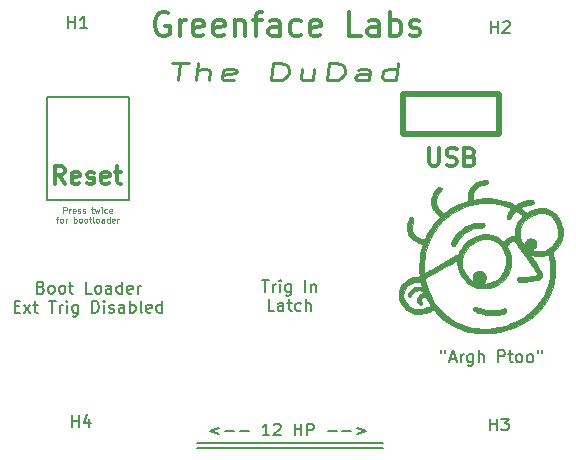
<source format=gbr>
%TF.GenerationSoftware,KiCad,Pcbnew,(6.0.1)*%
%TF.CreationDate,2022-10-29T04:51:09-07:00*%
%TF.ProjectId,DuDadPanel,44754461-6450-4616-9e65-6c2e6b696361,1.2*%
%TF.SameCoordinates,Original*%
%TF.FileFunction,Legend,Top*%
%TF.FilePolarity,Positive*%
%FSLAX46Y46*%
G04 Gerber Fmt 4.6, Leading zero omitted, Abs format (unit mm)*
G04 Created by KiCad (PCBNEW (6.0.1)) date 2022-10-29 04:51:09*
%MOMM*%
%LPD*%
G01*
G04 APERTURE LIST*
%ADD10C,0.500000*%
%ADD11C,0.150000*%
%ADD12C,0.300000*%
%ADD13C,0.250000*%
%ADD14C,0.100000*%
%ADD15C,0.010000*%
G04 APERTURE END LIST*
D10*
X89900000Y-51000000D02*
X89900000Y-54400000D01*
X89900000Y-54400000D02*
X98000000Y-54400000D01*
D11*
X72400600Y-80981400D02*
X88199400Y-80981400D01*
X59700000Y-51250000D02*
X59700000Y-59932000D01*
X66700000Y-59932000D02*
X66700000Y-51250000D01*
X66700000Y-51250000D02*
X59700000Y-51250000D01*
D10*
X89900000Y-51000000D02*
X98000000Y-51000000D01*
D11*
X59700000Y-59932000D02*
X66700000Y-59932000D01*
X72400600Y-80575000D02*
X88199400Y-80575000D01*
D10*
X98000000Y-51000000D02*
X98000000Y-54400000D01*
D12*
X61242857Y-58578571D02*
X60742857Y-57864285D01*
X60385714Y-58578571D02*
X60385714Y-57078571D01*
X60957142Y-57078571D01*
X61100000Y-57150000D01*
X61171428Y-57221428D01*
X61242857Y-57364285D01*
X61242857Y-57578571D01*
X61171428Y-57721428D01*
X61100000Y-57792857D01*
X60957142Y-57864285D01*
X60385714Y-57864285D01*
X62457142Y-58507142D02*
X62314285Y-58578571D01*
X62028571Y-58578571D01*
X61885714Y-58507142D01*
X61814285Y-58364285D01*
X61814285Y-57792857D01*
X61885714Y-57650000D01*
X62028571Y-57578571D01*
X62314285Y-57578571D01*
X62457142Y-57650000D01*
X62528571Y-57792857D01*
X62528571Y-57935714D01*
X61814285Y-58078571D01*
X63100000Y-58507142D02*
X63242857Y-58578571D01*
X63528571Y-58578571D01*
X63671428Y-58507142D01*
X63742857Y-58364285D01*
X63742857Y-58292857D01*
X63671428Y-58150000D01*
X63528571Y-58078571D01*
X63314285Y-58078571D01*
X63171428Y-58007142D01*
X63100000Y-57864285D01*
X63100000Y-57792857D01*
X63171428Y-57650000D01*
X63314285Y-57578571D01*
X63528571Y-57578571D01*
X63671428Y-57650000D01*
X64957142Y-58507142D02*
X64814285Y-58578571D01*
X64528571Y-58578571D01*
X64385714Y-58507142D01*
X64314285Y-58364285D01*
X64314285Y-57792857D01*
X64385714Y-57650000D01*
X64528571Y-57578571D01*
X64814285Y-57578571D01*
X64957142Y-57650000D01*
X65028571Y-57792857D01*
X65028571Y-57935714D01*
X64314285Y-58078571D01*
X65457142Y-57578571D02*
X66028571Y-57578571D01*
X65671428Y-57078571D02*
X65671428Y-58364285D01*
X65742857Y-58507142D01*
X65885714Y-58578571D01*
X66028571Y-58578571D01*
D11*
X59224400Y-67373571D02*
X59367257Y-67421190D01*
X59414876Y-67468809D01*
X59462495Y-67564047D01*
X59462495Y-67706904D01*
X59414876Y-67802142D01*
X59367257Y-67849761D01*
X59272019Y-67897380D01*
X58891066Y-67897380D01*
X58891066Y-66897380D01*
X59224400Y-66897380D01*
X59319638Y-66945000D01*
X59367257Y-66992619D01*
X59414876Y-67087857D01*
X59414876Y-67183095D01*
X59367257Y-67278333D01*
X59319638Y-67325952D01*
X59224400Y-67373571D01*
X58891066Y-67373571D01*
X60033923Y-67897380D02*
X59938685Y-67849761D01*
X59891066Y-67802142D01*
X59843447Y-67706904D01*
X59843447Y-67421190D01*
X59891066Y-67325952D01*
X59938685Y-67278333D01*
X60033923Y-67230714D01*
X60176780Y-67230714D01*
X60272019Y-67278333D01*
X60319638Y-67325952D01*
X60367257Y-67421190D01*
X60367257Y-67706904D01*
X60319638Y-67802142D01*
X60272019Y-67849761D01*
X60176780Y-67897380D01*
X60033923Y-67897380D01*
X60938685Y-67897380D02*
X60843447Y-67849761D01*
X60795828Y-67802142D01*
X60748209Y-67706904D01*
X60748209Y-67421190D01*
X60795828Y-67325952D01*
X60843447Y-67278333D01*
X60938685Y-67230714D01*
X61081542Y-67230714D01*
X61176780Y-67278333D01*
X61224400Y-67325952D01*
X61272019Y-67421190D01*
X61272019Y-67706904D01*
X61224400Y-67802142D01*
X61176780Y-67849761D01*
X61081542Y-67897380D01*
X60938685Y-67897380D01*
X61557733Y-67230714D02*
X61938685Y-67230714D01*
X61700590Y-66897380D02*
X61700590Y-67754523D01*
X61748209Y-67849761D01*
X61843447Y-67897380D01*
X61938685Y-67897380D01*
X63510114Y-67897380D02*
X63033923Y-67897380D01*
X63033923Y-66897380D01*
X63986304Y-67897380D02*
X63891066Y-67849761D01*
X63843447Y-67802142D01*
X63795828Y-67706904D01*
X63795828Y-67421190D01*
X63843447Y-67325952D01*
X63891066Y-67278333D01*
X63986304Y-67230714D01*
X64129161Y-67230714D01*
X64224400Y-67278333D01*
X64272019Y-67325952D01*
X64319638Y-67421190D01*
X64319638Y-67706904D01*
X64272019Y-67802142D01*
X64224400Y-67849761D01*
X64129161Y-67897380D01*
X63986304Y-67897380D01*
X65176780Y-67897380D02*
X65176780Y-67373571D01*
X65129161Y-67278333D01*
X65033923Y-67230714D01*
X64843447Y-67230714D01*
X64748209Y-67278333D01*
X65176780Y-67849761D02*
X65081542Y-67897380D01*
X64843447Y-67897380D01*
X64748209Y-67849761D01*
X64700590Y-67754523D01*
X64700590Y-67659285D01*
X64748209Y-67564047D01*
X64843447Y-67516428D01*
X65081542Y-67516428D01*
X65176780Y-67468809D01*
X66081542Y-67897380D02*
X66081542Y-66897380D01*
X66081542Y-67849761D02*
X65986304Y-67897380D01*
X65795828Y-67897380D01*
X65700590Y-67849761D01*
X65652971Y-67802142D01*
X65605352Y-67706904D01*
X65605352Y-67421190D01*
X65652971Y-67325952D01*
X65700590Y-67278333D01*
X65795828Y-67230714D01*
X65986304Y-67230714D01*
X66081542Y-67278333D01*
X66938685Y-67849761D02*
X66843447Y-67897380D01*
X66652971Y-67897380D01*
X66557733Y-67849761D01*
X66510114Y-67754523D01*
X66510114Y-67373571D01*
X66557733Y-67278333D01*
X66652971Y-67230714D01*
X66843447Y-67230714D01*
X66938685Y-67278333D01*
X66986304Y-67373571D01*
X66986304Y-67468809D01*
X66510114Y-67564047D01*
X67414876Y-67897380D02*
X67414876Y-67230714D01*
X67414876Y-67421190D02*
X67462495Y-67325952D01*
X67510114Y-67278333D01*
X67605352Y-67230714D01*
X67700590Y-67230714D01*
X56986304Y-68983571D02*
X57319638Y-68983571D01*
X57462495Y-69507380D02*
X56986304Y-69507380D01*
X56986304Y-68507380D01*
X57462495Y-68507380D01*
X57795828Y-69507380D02*
X58319638Y-68840714D01*
X57795828Y-68840714D02*
X58319638Y-69507380D01*
X58557733Y-68840714D02*
X58938685Y-68840714D01*
X58700590Y-68507380D02*
X58700590Y-69364523D01*
X58748209Y-69459761D01*
X58843447Y-69507380D01*
X58938685Y-69507380D01*
X59891066Y-68507380D02*
X60462495Y-68507380D01*
X60176780Y-69507380D02*
X60176780Y-68507380D01*
X60795828Y-69507380D02*
X60795828Y-68840714D01*
X60795828Y-69031190D02*
X60843447Y-68935952D01*
X60891066Y-68888333D01*
X60986304Y-68840714D01*
X61081542Y-68840714D01*
X61414876Y-69507380D02*
X61414876Y-68840714D01*
X61414876Y-68507380D02*
X61367257Y-68555000D01*
X61414876Y-68602619D01*
X61462495Y-68555000D01*
X61414876Y-68507380D01*
X61414876Y-68602619D01*
X62319638Y-68840714D02*
X62319638Y-69650238D01*
X62272019Y-69745476D01*
X62224400Y-69793095D01*
X62129161Y-69840714D01*
X61986304Y-69840714D01*
X61891066Y-69793095D01*
X62319638Y-69459761D02*
X62224400Y-69507380D01*
X62033923Y-69507380D01*
X61938685Y-69459761D01*
X61891066Y-69412142D01*
X61843447Y-69316904D01*
X61843447Y-69031190D01*
X61891066Y-68935952D01*
X61938685Y-68888333D01*
X62033923Y-68840714D01*
X62224400Y-68840714D01*
X62319638Y-68888333D01*
X63557733Y-69507380D02*
X63557733Y-68507380D01*
X63795828Y-68507380D01*
X63938685Y-68555000D01*
X64033923Y-68650238D01*
X64081542Y-68745476D01*
X64129161Y-68935952D01*
X64129161Y-69078809D01*
X64081542Y-69269285D01*
X64033923Y-69364523D01*
X63938685Y-69459761D01*
X63795828Y-69507380D01*
X63557733Y-69507380D01*
X64557733Y-69507380D02*
X64557733Y-68840714D01*
X64557733Y-68507380D02*
X64510114Y-68555000D01*
X64557733Y-68602619D01*
X64605352Y-68555000D01*
X64557733Y-68507380D01*
X64557733Y-68602619D01*
X64986304Y-69459761D02*
X65081542Y-69507380D01*
X65272019Y-69507380D01*
X65367257Y-69459761D01*
X65414876Y-69364523D01*
X65414876Y-69316904D01*
X65367257Y-69221666D01*
X65272019Y-69174047D01*
X65129161Y-69174047D01*
X65033923Y-69126428D01*
X64986304Y-69031190D01*
X64986304Y-68983571D01*
X65033923Y-68888333D01*
X65129161Y-68840714D01*
X65272019Y-68840714D01*
X65367257Y-68888333D01*
X66272019Y-69507380D02*
X66272019Y-68983571D01*
X66224400Y-68888333D01*
X66129161Y-68840714D01*
X65938685Y-68840714D01*
X65843447Y-68888333D01*
X66272019Y-69459761D02*
X66176780Y-69507380D01*
X65938685Y-69507380D01*
X65843447Y-69459761D01*
X65795828Y-69364523D01*
X65795828Y-69269285D01*
X65843447Y-69174047D01*
X65938685Y-69126428D01*
X66176780Y-69126428D01*
X66272019Y-69078809D01*
X66748209Y-69507380D02*
X66748209Y-68507380D01*
X66748209Y-68888333D02*
X66843447Y-68840714D01*
X67033923Y-68840714D01*
X67129161Y-68888333D01*
X67176780Y-68935952D01*
X67224400Y-69031190D01*
X67224400Y-69316904D01*
X67176780Y-69412142D01*
X67129161Y-69459761D01*
X67033923Y-69507380D01*
X66843447Y-69507380D01*
X66748209Y-69459761D01*
X67795828Y-69507380D02*
X67700590Y-69459761D01*
X67652971Y-69364523D01*
X67652971Y-68507380D01*
X68557733Y-69459761D02*
X68462495Y-69507380D01*
X68272019Y-69507380D01*
X68176780Y-69459761D01*
X68129161Y-69364523D01*
X68129161Y-68983571D01*
X68176780Y-68888333D01*
X68272019Y-68840714D01*
X68462495Y-68840714D01*
X68557733Y-68888333D01*
X68605352Y-68983571D01*
X68605352Y-69078809D01*
X68129161Y-69174047D01*
X69462495Y-69507380D02*
X69462495Y-68507380D01*
X69462495Y-69459761D02*
X69367257Y-69507380D01*
X69176780Y-69507380D01*
X69081542Y-69459761D01*
X69033923Y-69412142D01*
X68986304Y-69316904D01*
X68986304Y-69031190D01*
X69033923Y-68935952D01*
X69081542Y-68888333D01*
X69176780Y-68840714D01*
X69367257Y-68840714D01*
X69462495Y-68888333D01*
X77936057Y-66758180D02*
X78507485Y-66758180D01*
X78221771Y-67758180D02*
X78221771Y-66758180D01*
X78840819Y-67758180D02*
X78840819Y-67091514D01*
X78840819Y-67281990D02*
X78888438Y-67186752D01*
X78936057Y-67139133D01*
X79031295Y-67091514D01*
X79126533Y-67091514D01*
X79459866Y-67758180D02*
X79459866Y-67091514D01*
X79459866Y-66758180D02*
X79412247Y-66805800D01*
X79459866Y-66853419D01*
X79507485Y-66805800D01*
X79459866Y-66758180D01*
X79459866Y-66853419D01*
X80364628Y-67091514D02*
X80364628Y-67901038D01*
X80317009Y-67996276D01*
X80269390Y-68043895D01*
X80174152Y-68091514D01*
X80031295Y-68091514D01*
X79936057Y-68043895D01*
X80364628Y-67710561D02*
X80269390Y-67758180D01*
X80078914Y-67758180D01*
X79983676Y-67710561D01*
X79936057Y-67662942D01*
X79888438Y-67567704D01*
X79888438Y-67281990D01*
X79936057Y-67186752D01*
X79983676Y-67139133D01*
X80078914Y-67091514D01*
X80269390Y-67091514D01*
X80364628Y-67139133D01*
X81602723Y-67758180D02*
X81602723Y-66758180D01*
X82078914Y-67091514D02*
X82078914Y-67758180D01*
X82078914Y-67186752D02*
X82126533Y-67139133D01*
X82221771Y-67091514D01*
X82364628Y-67091514D01*
X82459866Y-67139133D01*
X82507485Y-67234371D01*
X82507485Y-67758180D01*
X78983676Y-69368180D02*
X78507485Y-69368180D01*
X78507485Y-68368180D01*
X79745580Y-69368180D02*
X79745580Y-68844371D01*
X79697961Y-68749133D01*
X79602723Y-68701514D01*
X79412247Y-68701514D01*
X79317009Y-68749133D01*
X79745580Y-69320561D02*
X79650342Y-69368180D01*
X79412247Y-69368180D01*
X79317009Y-69320561D01*
X79269390Y-69225323D01*
X79269390Y-69130085D01*
X79317009Y-69034847D01*
X79412247Y-68987228D01*
X79650342Y-68987228D01*
X79745580Y-68939609D01*
X80078914Y-68701514D02*
X80459866Y-68701514D01*
X80221771Y-68368180D02*
X80221771Y-69225323D01*
X80269390Y-69320561D01*
X80364628Y-69368180D01*
X80459866Y-69368180D01*
X81221771Y-69320561D02*
X81126533Y-69368180D01*
X80936057Y-69368180D01*
X80840819Y-69320561D01*
X80793200Y-69272942D01*
X80745580Y-69177704D01*
X80745580Y-68891990D01*
X80793200Y-68796752D01*
X80840819Y-68749133D01*
X80936057Y-68701514D01*
X81126533Y-68701514D01*
X81221771Y-68749133D01*
X81650342Y-69368180D02*
X81650342Y-68368180D01*
X82078914Y-69368180D02*
X82078914Y-68844371D01*
X82031295Y-68749133D01*
X81936057Y-68701514D01*
X81793200Y-68701514D01*
X81697961Y-68749133D01*
X81650342Y-68796752D01*
X93076285Y-72693980D02*
X93076285Y-72884457D01*
X93457238Y-72693980D02*
X93457238Y-72884457D01*
X93838190Y-73408266D02*
X94314380Y-73408266D01*
X93742952Y-73693980D02*
X94076285Y-72693980D01*
X94409619Y-73693980D01*
X94742952Y-73693980D02*
X94742952Y-73027314D01*
X94742952Y-73217790D02*
X94790571Y-73122552D01*
X94838190Y-73074933D01*
X94933428Y-73027314D01*
X95028666Y-73027314D01*
X95790571Y-73027314D02*
X95790571Y-73836838D01*
X95742952Y-73932076D01*
X95695333Y-73979695D01*
X95600095Y-74027314D01*
X95457238Y-74027314D01*
X95362000Y-73979695D01*
X95790571Y-73646361D02*
X95695333Y-73693980D01*
X95504857Y-73693980D01*
X95409619Y-73646361D01*
X95362000Y-73598742D01*
X95314380Y-73503504D01*
X95314380Y-73217790D01*
X95362000Y-73122552D01*
X95409619Y-73074933D01*
X95504857Y-73027314D01*
X95695333Y-73027314D01*
X95790571Y-73074933D01*
X96266761Y-73693980D02*
X96266761Y-72693980D01*
X96695333Y-73693980D02*
X96695333Y-73170171D01*
X96647714Y-73074933D01*
X96552476Y-73027314D01*
X96409619Y-73027314D01*
X96314380Y-73074933D01*
X96266761Y-73122552D01*
X97933428Y-73693980D02*
X97933428Y-72693980D01*
X98314380Y-72693980D01*
X98409619Y-72741600D01*
X98457238Y-72789219D01*
X98504857Y-72884457D01*
X98504857Y-73027314D01*
X98457238Y-73122552D01*
X98409619Y-73170171D01*
X98314380Y-73217790D01*
X97933428Y-73217790D01*
X98790571Y-73027314D02*
X99171523Y-73027314D01*
X98933428Y-72693980D02*
X98933428Y-73551123D01*
X98981047Y-73646361D01*
X99076285Y-73693980D01*
X99171523Y-73693980D01*
X99647714Y-73693980D02*
X99552476Y-73646361D01*
X99504857Y-73598742D01*
X99457238Y-73503504D01*
X99457238Y-73217790D01*
X99504857Y-73122552D01*
X99552476Y-73074933D01*
X99647714Y-73027314D01*
X99790571Y-73027314D01*
X99885809Y-73074933D01*
X99933428Y-73122552D01*
X99981047Y-73217790D01*
X99981047Y-73503504D01*
X99933428Y-73598742D01*
X99885809Y-73646361D01*
X99790571Y-73693980D01*
X99647714Y-73693980D01*
X100552476Y-73693980D02*
X100457238Y-73646361D01*
X100409619Y-73598742D01*
X100362000Y-73503504D01*
X100362000Y-73217790D01*
X100409619Y-73122552D01*
X100457238Y-73074933D01*
X100552476Y-73027314D01*
X100695333Y-73027314D01*
X100790571Y-73074933D01*
X100838190Y-73122552D01*
X100885809Y-73217790D01*
X100885809Y-73503504D01*
X100838190Y-73598742D01*
X100790571Y-73646361D01*
X100695333Y-73693980D01*
X100552476Y-73693980D01*
X101266761Y-72693980D02*
X101266761Y-72884457D01*
X101647714Y-72693980D02*
X101647714Y-72884457D01*
D12*
X70004761Y-44175000D02*
X69814285Y-44079761D01*
X69528571Y-44079761D01*
X69242857Y-44175000D01*
X69052380Y-44365476D01*
X68957142Y-44555952D01*
X68861904Y-44936904D01*
X68861904Y-45222619D01*
X68957142Y-45603571D01*
X69052380Y-45794047D01*
X69242857Y-45984523D01*
X69528571Y-46079761D01*
X69719047Y-46079761D01*
X70004761Y-45984523D01*
X70099999Y-45889285D01*
X70099999Y-45222619D01*
X69719047Y-45222619D01*
X70957142Y-46079761D02*
X70957142Y-44746428D01*
X70957142Y-45127380D02*
X71052380Y-44936904D01*
X71147619Y-44841666D01*
X71338095Y-44746428D01*
X71528571Y-44746428D01*
X72957142Y-45984523D02*
X72766666Y-46079761D01*
X72385714Y-46079761D01*
X72195238Y-45984523D01*
X72099999Y-45794047D01*
X72099999Y-45032142D01*
X72195238Y-44841666D01*
X72385714Y-44746428D01*
X72766666Y-44746428D01*
X72957142Y-44841666D01*
X73052380Y-45032142D01*
X73052380Y-45222619D01*
X72099999Y-45413095D01*
X74671428Y-45984523D02*
X74480952Y-46079761D01*
X74099999Y-46079761D01*
X73909523Y-45984523D01*
X73814285Y-45794047D01*
X73814285Y-45032142D01*
X73909523Y-44841666D01*
X74099999Y-44746428D01*
X74480952Y-44746428D01*
X74671428Y-44841666D01*
X74766666Y-45032142D01*
X74766666Y-45222619D01*
X73814285Y-45413095D01*
X75623809Y-44746428D02*
X75623809Y-46079761D01*
X75623809Y-44936904D02*
X75719047Y-44841666D01*
X75909523Y-44746428D01*
X76195238Y-44746428D01*
X76385714Y-44841666D01*
X76480952Y-45032142D01*
X76480952Y-46079761D01*
X77147619Y-44746428D02*
X77909523Y-44746428D01*
X77433333Y-46079761D02*
X77433333Y-44365476D01*
X77528571Y-44175000D01*
X77719047Y-44079761D01*
X77909523Y-44079761D01*
X79433333Y-46079761D02*
X79433333Y-45032142D01*
X79338095Y-44841666D01*
X79147619Y-44746428D01*
X78766666Y-44746428D01*
X78576190Y-44841666D01*
X79433333Y-45984523D02*
X79242857Y-46079761D01*
X78766666Y-46079761D01*
X78576190Y-45984523D01*
X78480952Y-45794047D01*
X78480952Y-45603571D01*
X78576190Y-45413095D01*
X78766666Y-45317857D01*
X79242857Y-45317857D01*
X79433333Y-45222619D01*
X81242857Y-45984523D02*
X81052380Y-46079761D01*
X80671428Y-46079761D01*
X80480952Y-45984523D01*
X80385714Y-45889285D01*
X80290476Y-45698809D01*
X80290476Y-45127380D01*
X80385714Y-44936904D01*
X80480952Y-44841666D01*
X80671428Y-44746428D01*
X81052380Y-44746428D01*
X81242857Y-44841666D01*
X82861904Y-45984523D02*
X82671428Y-46079761D01*
X82290476Y-46079761D01*
X82100000Y-45984523D01*
X82004761Y-45794047D01*
X82004761Y-45032142D01*
X82100000Y-44841666D01*
X82290476Y-44746428D01*
X82671428Y-44746428D01*
X82861904Y-44841666D01*
X82957142Y-45032142D01*
X82957142Y-45222619D01*
X82004761Y-45413095D01*
X86290476Y-46079761D02*
X85338095Y-46079761D01*
X85338095Y-44079761D01*
X87814285Y-46079761D02*
X87814285Y-45032142D01*
X87719047Y-44841666D01*
X87528571Y-44746428D01*
X87147619Y-44746428D01*
X86957142Y-44841666D01*
X87814285Y-45984523D02*
X87623809Y-46079761D01*
X87147619Y-46079761D01*
X86957142Y-45984523D01*
X86861904Y-45794047D01*
X86861904Y-45603571D01*
X86957142Y-45413095D01*
X87147619Y-45317857D01*
X87623809Y-45317857D01*
X87814285Y-45222619D01*
X88766666Y-46079761D02*
X88766666Y-44079761D01*
X88766666Y-44841666D02*
X88957142Y-44746428D01*
X89338095Y-44746428D01*
X89528571Y-44841666D01*
X89623809Y-44936904D01*
X89719047Y-45127380D01*
X89719047Y-45698809D01*
X89623809Y-45889285D01*
X89528571Y-45984523D01*
X89338095Y-46079761D01*
X88957142Y-46079761D01*
X88766666Y-45984523D01*
X90480952Y-45984523D02*
X90671428Y-46079761D01*
X91052380Y-46079761D01*
X91242857Y-45984523D01*
X91338095Y-45794047D01*
X91338095Y-45698809D01*
X91242857Y-45508333D01*
X91052380Y-45413095D01*
X90766666Y-45413095D01*
X90576190Y-45317857D01*
X90480952Y-45127380D01*
X90480952Y-45032142D01*
X90576190Y-44841666D01*
X90766666Y-44746428D01*
X91052380Y-44746428D01*
X91242857Y-44841666D01*
D13*
X70283586Y-48353571D02*
X71712157Y-48353571D01*
X70810372Y-49853571D02*
X70997872Y-48353571D01*
X72357991Y-49853571D02*
X72545491Y-48353571D01*
X73429419Y-49853571D02*
X73527633Y-49067857D01*
X73426443Y-48925000D01*
X73197276Y-48853571D01*
X72840133Y-48853571D01*
X72593110Y-48925000D01*
X72465133Y-48996428D01*
X75581205Y-49782142D02*
X75334181Y-49853571D01*
X74857991Y-49853571D01*
X74628824Y-49782142D01*
X74527633Y-49639285D01*
X74599062Y-49067857D01*
X74735967Y-48925000D01*
X74982991Y-48853571D01*
X75459181Y-48853571D01*
X75688348Y-48925000D01*
X75789538Y-49067857D01*
X75771681Y-49210714D01*
X74563348Y-49353571D01*
X78667514Y-49853571D02*
X78855014Y-48353571D01*
X79450252Y-48353571D01*
X79798467Y-48425000D01*
X80018705Y-48567857D01*
X80119895Y-48710714D01*
X80203229Y-48996428D01*
X80176443Y-49210714D01*
X80021681Y-49496428D01*
X79884776Y-49639285D01*
X79628824Y-49782142D01*
X79262752Y-49853571D01*
X78667514Y-49853571D01*
X82363943Y-48853571D02*
X82238943Y-49853571D01*
X81292514Y-48853571D02*
X81194300Y-49639285D01*
X81295491Y-49782142D01*
X81524657Y-49853571D01*
X81881800Y-49853571D01*
X82128824Y-49782142D01*
X82256800Y-49710714D01*
X83429419Y-49853571D02*
X83616919Y-48353571D01*
X84212157Y-48353571D01*
X84560372Y-48425000D01*
X84780610Y-48567857D01*
X84881800Y-48710714D01*
X84965133Y-48996428D01*
X84938348Y-49210714D01*
X84783586Y-49496428D01*
X84646681Y-49639285D01*
X84390729Y-49782142D01*
X84024657Y-49853571D01*
X83429419Y-49853571D01*
X87000848Y-49853571D02*
X87099062Y-49067857D01*
X86997872Y-48925000D01*
X86768705Y-48853571D01*
X86292514Y-48853571D01*
X86045491Y-48925000D01*
X87009776Y-49782142D02*
X86762752Y-49853571D01*
X86167514Y-49853571D01*
X85938348Y-49782142D01*
X85837157Y-49639285D01*
X85855014Y-49496428D01*
X85991919Y-49353571D01*
X86238943Y-49282142D01*
X86834181Y-49282142D01*
X87081205Y-49210714D01*
X89262752Y-49853571D02*
X89450252Y-48353571D01*
X89271681Y-49782142D02*
X89024657Y-49853571D01*
X88548467Y-49853571D01*
X88319300Y-49782142D01*
X88209181Y-49710714D01*
X88107991Y-49567857D01*
X88161562Y-49139285D01*
X88298467Y-48996428D01*
X88426443Y-48925000D01*
X88673467Y-48853571D01*
X89149657Y-48853571D01*
X89378824Y-48925000D01*
D11*
X74316666Y-79235714D02*
X73554761Y-79521428D01*
X74316666Y-79807142D01*
X74792857Y-79521428D02*
X75554761Y-79521428D01*
X76030952Y-79521428D02*
X76792857Y-79521428D01*
X78554761Y-79902380D02*
X77983333Y-79902380D01*
X78269047Y-79902380D02*
X78269047Y-78902380D01*
X78173809Y-79045238D01*
X78078571Y-79140476D01*
X77983333Y-79188095D01*
X78935714Y-78997619D02*
X78983333Y-78950000D01*
X79078571Y-78902380D01*
X79316666Y-78902380D01*
X79411904Y-78950000D01*
X79459523Y-78997619D01*
X79507142Y-79092857D01*
X79507142Y-79188095D01*
X79459523Y-79330952D01*
X78888095Y-79902380D01*
X79507142Y-79902380D01*
X80697619Y-79902380D02*
X80697619Y-78902380D01*
X80697619Y-79378571D02*
X81269047Y-79378571D01*
X81269047Y-79902380D02*
X81269047Y-78902380D01*
X81745238Y-79902380D02*
X81745238Y-78902380D01*
X82126190Y-78902380D01*
X82221428Y-78950000D01*
X82269047Y-78997619D01*
X82316666Y-79092857D01*
X82316666Y-79235714D01*
X82269047Y-79330952D01*
X82221428Y-79378571D01*
X82126190Y-79426190D01*
X81745238Y-79426190D01*
X83507142Y-79521428D02*
X84269047Y-79521428D01*
X84745238Y-79521428D02*
X85507142Y-79521428D01*
X85983333Y-79235714D02*
X86745238Y-79521428D01*
X85983333Y-79807142D01*
D14*
X61124380Y-61076490D02*
X61124380Y-60576490D01*
X61314857Y-60576490D01*
X61362476Y-60600300D01*
X61386285Y-60624109D01*
X61410095Y-60671728D01*
X61410095Y-60743157D01*
X61386285Y-60790776D01*
X61362476Y-60814585D01*
X61314857Y-60838395D01*
X61124380Y-60838395D01*
X61624380Y-61076490D02*
X61624380Y-60743157D01*
X61624380Y-60838395D02*
X61648190Y-60790776D01*
X61672000Y-60766966D01*
X61719619Y-60743157D01*
X61767238Y-60743157D01*
X62124380Y-61052680D02*
X62076761Y-61076490D01*
X61981523Y-61076490D01*
X61933904Y-61052680D01*
X61910095Y-61005061D01*
X61910095Y-60814585D01*
X61933904Y-60766966D01*
X61981523Y-60743157D01*
X62076761Y-60743157D01*
X62124380Y-60766966D01*
X62148190Y-60814585D01*
X62148190Y-60862204D01*
X61910095Y-60909823D01*
X62338666Y-61052680D02*
X62386285Y-61076490D01*
X62481523Y-61076490D01*
X62529142Y-61052680D01*
X62552952Y-61005061D01*
X62552952Y-60981252D01*
X62529142Y-60933633D01*
X62481523Y-60909823D01*
X62410095Y-60909823D01*
X62362476Y-60886014D01*
X62338666Y-60838395D01*
X62338666Y-60814585D01*
X62362476Y-60766966D01*
X62410095Y-60743157D01*
X62481523Y-60743157D01*
X62529142Y-60766966D01*
X62743428Y-61052680D02*
X62791047Y-61076490D01*
X62886285Y-61076490D01*
X62933904Y-61052680D01*
X62957714Y-61005061D01*
X62957714Y-60981252D01*
X62933904Y-60933633D01*
X62886285Y-60909823D01*
X62814857Y-60909823D01*
X62767238Y-60886014D01*
X62743428Y-60838395D01*
X62743428Y-60814585D01*
X62767238Y-60766966D01*
X62814857Y-60743157D01*
X62886285Y-60743157D01*
X62933904Y-60766966D01*
X63481523Y-60743157D02*
X63672000Y-60743157D01*
X63552952Y-60576490D02*
X63552952Y-61005061D01*
X63576761Y-61052680D01*
X63624380Y-61076490D01*
X63672000Y-61076490D01*
X63791047Y-60743157D02*
X63886285Y-61076490D01*
X63981523Y-60838395D01*
X64076761Y-61076490D01*
X64172000Y-60743157D01*
X64362476Y-61076490D02*
X64362476Y-60743157D01*
X64362476Y-60576490D02*
X64338666Y-60600300D01*
X64362476Y-60624109D01*
X64386285Y-60600300D01*
X64362476Y-60576490D01*
X64362476Y-60624109D01*
X64814857Y-61052680D02*
X64767238Y-61076490D01*
X64672000Y-61076490D01*
X64624380Y-61052680D01*
X64600571Y-61028871D01*
X64576761Y-60981252D01*
X64576761Y-60838395D01*
X64600571Y-60790776D01*
X64624380Y-60766966D01*
X64672000Y-60743157D01*
X64767238Y-60743157D01*
X64814857Y-60766966D01*
X65219619Y-61052680D02*
X65172000Y-61076490D01*
X65076761Y-61076490D01*
X65029142Y-61052680D01*
X65005333Y-61005061D01*
X65005333Y-60814585D01*
X65029142Y-60766966D01*
X65076761Y-60743157D01*
X65172000Y-60743157D01*
X65219619Y-60766966D01*
X65243428Y-60814585D01*
X65243428Y-60862204D01*
X65005333Y-60909823D01*
X60505333Y-61548157D02*
X60695809Y-61548157D01*
X60576761Y-61881490D02*
X60576761Y-61452919D01*
X60600571Y-61405300D01*
X60648190Y-61381490D01*
X60695809Y-61381490D01*
X60933904Y-61881490D02*
X60886285Y-61857680D01*
X60862476Y-61833871D01*
X60838666Y-61786252D01*
X60838666Y-61643395D01*
X60862476Y-61595776D01*
X60886285Y-61571966D01*
X60933904Y-61548157D01*
X61005333Y-61548157D01*
X61052952Y-61571966D01*
X61076761Y-61595776D01*
X61100571Y-61643395D01*
X61100571Y-61786252D01*
X61076761Y-61833871D01*
X61052952Y-61857680D01*
X61005333Y-61881490D01*
X60933904Y-61881490D01*
X61314857Y-61881490D02*
X61314857Y-61548157D01*
X61314857Y-61643395D02*
X61338666Y-61595776D01*
X61362476Y-61571966D01*
X61410095Y-61548157D01*
X61457714Y-61548157D01*
X62005333Y-61881490D02*
X62005333Y-61381490D01*
X62005333Y-61571966D02*
X62052952Y-61548157D01*
X62148190Y-61548157D01*
X62195809Y-61571966D01*
X62219619Y-61595776D01*
X62243428Y-61643395D01*
X62243428Y-61786252D01*
X62219619Y-61833871D01*
X62195809Y-61857680D01*
X62148190Y-61881490D01*
X62052952Y-61881490D01*
X62005333Y-61857680D01*
X62529142Y-61881490D02*
X62481523Y-61857680D01*
X62457714Y-61833871D01*
X62433904Y-61786252D01*
X62433904Y-61643395D01*
X62457714Y-61595776D01*
X62481523Y-61571966D01*
X62529142Y-61548157D01*
X62600571Y-61548157D01*
X62648190Y-61571966D01*
X62672000Y-61595776D01*
X62695809Y-61643395D01*
X62695809Y-61786252D01*
X62672000Y-61833871D01*
X62648190Y-61857680D01*
X62600571Y-61881490D01*
X62529142Y-61881490D01*
X62981523Y-61881490D02*
X62933904Y-61857680D01*
X62910095Y-61833871D01*
X62886285Y-61786252D01*
X62886285Y-61643395D01*
X62910095Y-61595776D01*
X62933904Y-61571966D01*
X62981523Y-61548157D01*
X63052952Y-61548157D01*
X63100571Y-61571966D01*
X63124380Y-61595776D01*
X63148190Y-61643395D01*
X63148190Y-61786252D01*
X63124380Y-61833871D01*
X63100571Y-61857680D01*
X63052952Y-61881490D01*
X62981523Y-61881490D01*
X63291047Y-61548157D02*
X63481523Y-61548157D01*
X63362476Y-61381490D02*
X63362476Y-61810061D01*
X63386285Y-61857680D01*
X63433904Y-61881490D01*
X63481523Y-61881490D01*
X63719619Y-61881490D02*
X63672000Y-61857680D01*
X63648190Y-61810061D01*
X63648190Y-61381490D01*
X63981523Y-61881490D02*
X63933904Y-61857680D01*
X63910095Y-61833871D01*
X63886285Y-61786252D01*
X63886285Y-61643395D01*
X63910095Y-61595776D01*
X63933904Y-61571966D01*
X63981523Y-61548157D01*
X64052952Y-61548157D01*
X64100571Y-61571966D01*
X64124380Y-61595776D01*
X64148190Y-61643395D01*
X64148190Y-61786252D01*
X64124380Y-61833871D01*
X64100571Y-61857680D01*
X64052952Y-61881490D01*
X63981523Y-61881490D01*
X64576761Y-61881490D02*
X64576761Y-61619585D01*
X64552952Y-61571966D01*
X64505333Y-61548157D01*
X64410095Y-61548157D01*
X64362476Y-61571966D01*
X64576761Y-61857680D02*
X64529142Y-61881490D01*
X64410095Y-61881490D01*
X64362476Y-61857680D01*
X64338666Y-61810061D01*
X64338666Y-61762442D01*
X64362476Y-61714823D01*
X64410095Y-61691014D01*
X64529142Y-61691014D01*
X64576761Y-61667204D01*
X65029142Y-61881490D02*
X65029142Y-61381490D01*
X65029142Y-61857680D02*
X64981523Y-61881490D01*
X64886285Y-61881490D01*
X64838666Y-61857680D01*
X64814857Y-61833871D01*
X64791047Y-61786252D01*
X64791047Y-61643395D01*
X64814857Y-61595776D01*
X64838666Y-61571966D01*
X64886285Y-61548157D01*
X64981523Y-61548157D01*
X65029142Y-61571966D01*
X65457714Y-61857680D02*
X65410095Y-61881490D01*
X65314857Y-61881490D01*
X65267238Y-61857680D01*
X65243428Y-61810061D01*
X65243428Y-61619585D01*
X65267238Y-61571966D01*
X65314857Y-61548157D01*
X65410095Y-61548157D01*
X65457714Y-61571966D01*
X65481523Y-61619585D01*
X65481523Y-61667204D01*
X65243428Y-61714823D01*
X65695809Y-61881490D02*
X65695809Y-61548157D01*
X65695809Y-61643395D02*
X65719619Y-61595776D01*
X65743428Y-61571966D01*
X65791047Y-61548157D01*
X65838666Y-61548157D01*
D12*
X92057142Y-55578571D02*
X92057142Y-56792857D01*
X92128571Y-56935714D01*
X92200000Y-57007142D01*
X92342857Y-57078571D01*
X92628571Y-57078571D01*
X92771428Y-57007142D01*
X92842857Y-56935714D01*
X92914285Y-56792857D01*
X92914285Y-55578571D01*
X93557142Y-57007142D02*
X93771428Y-57078571D01*
X94128571Y-57078571D01*
X94271428Y-57007142D01*
X94342857Y-56935714D01*
X94414285Y-56792857D01*
X94414285Y-56650000D01*
X94342857Y-56507142D01*
X94271428Y-56435714D01*
X94128571Y-56364285D01*
X93842857Y-56292857D01*
X93700000Y-56221428D01*
X93628571Y-56150000D01*
X93557142Y-56007142D01*
X93557142Y-55864285D01*
X93628571Y-55721428D01*
X93700000Y-55650000D01*
X93842857Y-55578571D01*
X94200000Y-55578571D01*
X94414285Y-55650000D01*
X95557142Y-56292857D02*
X95771428Y-56364285D01*
X95842857Y-56435714D01*
X95914285Y-56578571D01*
X95914285Y-56792857D01*
X95842857Y-56935714D01*
X95771428Y-57007142D01*
X95628571Y-57078571D01*
X95057142Y-57078571D01*
X95057142Y-55578571D01*
X95557142Y-55578571D01*
X95700000Y-55650000D01*
X95771428Y-55721428D01*
X95842857Y-55864285D01*
X95842857Y-56007142D01*
X95771428Y-56150000D01*
X95700000Y-56221428D01*
X95557142Y-56292857D01*
X95057142Y-56292857D01*
D11*
%TO.C,H1*%
X61538095Y-45427380D02*
X61538095Y-44427380D01*
X61538095Y-44903571D02*
X62109523Y-44903571D01*
X62109523Y-45427380D02*
X62109523Y-44427380D01*
X63109523Y-45427380D02*
X62538095Y-45427380D01*
X62823809Y-45427380D02*
X62823809Y-44427380D01*
X62728571Y-44570238D01*
X62633333Y-44665476D01*
X62538095Y-44713095D01*
%TO.C,H2*%
X97338095Y-45827380D02*
X97338095Y-44827380D01*
X97338095Y-45303571D02*
X97909523Y-45303571D01*
X97909523Y-45827380D02*
X97909523Y-44827380D01*
X98338095Y-44922619D02*
X98385714Y-44875000D01*
X98480952Y-44827380D01*
X98719047Y-44827380D01*
X98814285Y-44875000D01*
X98861904Y-44922619D01*
X98909523Y-45017857D01*
X98909523Y-45113095D01*
X98861904Y-45255952D01*
X98290476Y-45827380D01*
X98909523Y-45827380D01*
%TO.C,H3*%
X97238095Y-79477380D02*
X97238095Y-78477380D01*
X97238095Y-78953571D02*
X97809523Y-78953571D01*
X97809523Y-79477380D02*
X97809523Y-78477380D01*
X98190476Y-78477380D02*
X98809523Y-78477380D01*
X98476190Y-78858333D01*
X98619047Y-78858333D01*
X98714285Y-78905952D01*
X98761904Y-78953571D01*
X98809523Y-79048809D01*
X98809523Y-79286904D01*
X98761904Y-79382142D01*
X98714285Y-79429761D01*
X98619047Y-79477380D01*
X98333333Y-79477380D01*
X98238095Y-79429761D01*
X98190476Y-79382142D01*
%TO.C,H4*%
X61838095Y-79177380D02*
X61838095Y-78177380D01*
X61838095Y-78653571D02*
X62409523Y-78653571D01*
X62409523Y-79177380D02*
X62409523Y-78177380D01*
X63314285Y-78510714D02*
X63314285Y-79177380D01*
X63076190Y-78129761D02*
X62838095Y-78844047D01*
X63457142Y-78844047D01*
D15*
%TO.C,GR1*%
X96945850Y-58273564D02*
X96985001Y-58293964D01*
X96985001Y-58293964D02*
X97006324Y-58313324D01*
X97006324Y-58313324D02*
X97049317Y-58388678D01*
X97049317Y-58388678D02*
X97058749Y-58481627D01*
X97058749Y-58481627D02*
X97033324Y-58570532D01*
X97033324Y-58570532D02*
X97022739Y-58587664D01*
X97022739Y-58587664D02*
X96980233Y-58623884D01*
X96980233Y-58623884D02*
X96904547Y-58651833D01*
X96904547Y-58651833D02*
X96813189Y-58670904D01*
X96813189Y-58670904D02*
X96540894Y-58732631D01*
X96540894Y-58732631D02*
X96312148Y-58817619D01*
X96312148Y-58817619D02*
X96124659Y-58927237D01*
X96124659Y-58927237D02*
X95976135Y-59062854D01*
X95976135Y-59062854D02*
X95864284Y-59225839D01*
X95864284Y-59225839D02*
X95855442Y-59242875D01*
X95855442Y-59242875D02*
X95796481Y-59403373D01*
X95796481Y-59403373D02*
X95763247Y-59594234D01*
X95763247Y-59594234D02*
X95758103Y-59800712D01*
X95758103Y-59800712D02*
X95760249Y-59837105D01*
X95760249Y-59837105D02*
X95767032Y-59905482D01*
X95767032Y-59905482D02*
X95781687Y-59935079D01*
X95781687Y-59935079D02*
X95815423Y-59937808D01*
X95815423Y-59937808D02*
X95849149Y-59931571D01*
X95849149Y-59931571D02*
X96122553Y-59886310D01*
X96122553Y-59886310D02*
X96423536Y-59853690D01*
X96423536Y-59853690D02*
X96737109Y-59834290D01*
X96737109Y-59834290D02*
X97048283Y-59828688D01*
X97048283Y-59828688D02*
X97342068Y-59837462D01*
X97342068Y-59837462D02*
X97603475Y-59861190D01*
X97603475Y-59861190D02*
X97619200Y-59863293D01*
X97619200Y-59863293D02*
X98033307Y-59936996D01*
X98033307Y-59936996D02*
X98446922Y-60043091D01*
X98446922Y-60043091D02*
X98843559Y-60176812D01*
X98843559Y-60176812D02*
X99148187Y-60305422D01*
X99148187Y-60305422D02*
X99261255Y-60356816D01*
X99261255Y-60356816D02*
X99337623Y-60387126D01*
X99337623Y-60387126D02*
X99385615Y-60398792D01*
X99385615Y-60398792D02*
X99413556Y-60394256D01*
X99413556Y-60394256D02*
X99423139Y-60386049D01*
X99423139Y-60386049D02*
X99460235Y-60358225D01*
X99460235Y-60358225D02*
X99532900Y-60315997D01*
X99532900Y-60315997D02*
X99629973Y-60264877D01*
X99629973Y-60264877D02*
X99740290Y-60210378D01*
X99740290Y-60210378D02*
X99852689Y-60158013D01*
X99852689Y-60158013D02*
X99956006Y-60113293D01*
X99956006Y-60113293D02*
X100039079Y-60081731D01*
X100039079Y-60081731D02*
X100040011Y-60081420D01*
X100040011Y-60081420D02*
X100181431Y-60041478D01*
X100181431Y-60041478D02*
X100343025Y-60006921D01*
X100343025Y-60006921D02*
X100504341Y-59981376D01*
X100504341Y-59981376D02*
X100644925Y-59968469D01*
X100644925Y-59968469D02*
X100682134Y-59967600D01*
X100682134Y-59967600D02*
X100778700Y-59973870D01*
X100778700Y-59973870D02*
X100841529Y-59995503D01*
X100841529Y-59995503D02*
X100869753Y-60017753D01*
X100869753Y-60017753D02*
X100927333Y-60102761D01*
X100927333Y-60102761D02*
X100937044Y-60190665D01*
X100937044Y-60190665D02*
X100902873Y-60268051D01*
X100902873Y-60268051D02*
X100871726Y-60303373D01*
X100871726Y-60303373D02*
X100832807Y-60329806D01*
X100832807Y-60329806D02*
X100776578Y-60350367D01*
X100776578Y-60350367D02*
X100693498Y-60368075D01*
X100693498Y-60368075D02*
X100574027Y-60385949D01*
X100574027Y-60385949D02*
X100499621Y-60395643D01*
X100499621Y-60395643D02*
X100348678Y-60422255D01*
X100348678Y-60422255D02*
X100189148Y-60462835D01*
X100189148Y-60462835D02*
X100037307Y-60512301D01*
X100037307Y-60512301D02*
X99909428Y-60565572D01*
X99909428Y-60565572D02*
X99847936Y-60599150D01*
X99847936Y-60599150D02*
X99771948Y-60647262D01*
X99771948Y-60647262D02*
X99933824Y-60756123D01*
X99933824Y-60756123D02*
X100034514Y-60826502D01*
X100034514Y-60826502D02*
X100138018Y-60903065D01*
X100138018Y-60903065D02*
X100215543Y-60964082D01*
X100215543Y-60964082D02*
X100335386Y-61063179D01*
X100335386Y-61063179D02*
X100483510Y-60976366D01*
X100483510Y-60976366D02*
X100788945Y-60824422D01*
X100788945Y-60824422D02*
X101103730Y-60721841D01*
X101103730Y-60721841D02*
X101431601Y-60667496D01*
X101431601Y-60667496D02*
X101531117Y-60660526D01*
X101531117Y-60660526D02*
X101738026Y-60659131D01*
X101738026Y-60659131D02*
X101916959Y-60680032D01*
X101916959Y-60680032D02*
X102087336Y-60727256D01*
X102087336Y-60727256D02*
X102268583Y-60804827D01*
X102268583Y-60804827D02*
X102298332Y-60819542D01*
X102298332Y-60819542D02*
X102552974Y-60975332D01*
X102552974Y-60975332D02*
X102781860Y-61172485D01*
X102781860Y-61172485D02*
X102981889Y-61406896D01*
X102981889Y-61406896D02*
X103149958Y-61674457D01*
X103149958Y-61674457D02*
X103282967Y-61971063D01*
X103282967Y-61971063D02*
X103362473Y-62228200D01*
X103362473Y-62228200D02*
X103385747Y-62365557D01*
X103385747Y-62365557D02*
X103397734Y-62536117D01*
X103397734Y-62536117D02*
X103398801Y-62723637D01*
X103398801Y-62723637D02*
X103389315Y-62911874D01*
X103389315Y-62911874D02*
X103369643Y-63084586D01*
X103369643Y-63084586D02*
X103340153Y-63225529D01*
X103340153Y-63225529D02*
X103339903Y-63226399D01*
X103339903Y-63226399D02*
X103228820Y-63529369D01*
X103228820Y-63529369D02*
X103076870Y-63804967D01*
X103076870Y-63804967D02*
X102881158Y-64057866D01*
X102881158Y-64057866D02*
X102729239Y-64212169D01*
X102729239Y-64212169D02*
X102638278Y-64299002D01*
X102638278Y-64299002D02*
X102580679Y-64360366D01*
X102580679Y-64360366D02*
X102550935Y-64403505D01*
X102550935Y-64403505D02*
X102543539Y-64435660D01*
X102543539Y-64435660D02*
X102547142Y-64451661D01*
X102547142Y-64451661D02*
X102559526Y-64495666D01*
X102559526Y-64495666D02*
X102579149Y-64577993D01*
X102579149Y-64577993D02*
X102603381Y-64687130D01*
X102603381Y-64687130D02*
X102629591Y-64811566D01*
X102629591Y-64811566D02*
X102631311Y-64819961D01*
X102631311Y-64819961D02*
X102713796Y-65337692D01*
X102713796Y-65337692D02*
X102746906Y-65844029D01*
X102746906Y-65844029D02*
X102730496Y-66340106D01*
X102730496Y-66340106D02*
X102664422Y-66827057D01*
X102664422Y-66827057D02*
X102548539Y-67306017D01*
X102548539Y-67306017D02*
X102382703Y-67778121D01*
X102382703Y-67778121D02*
X102204533Y-68170537D01*
X102204533Y-68170537D02*
X101967943Y-68586478D01*
X101967943Y-68586478D02*
X101686808Y-68981850D01*
X101686808Y-68981850D02*
X101364080Y-69354100D01*
X101364080Y-69354100D02*
X101002715Y-69700672D01*
X101002715Y-69700672D02*
X100605665Y-70019012D01*
X100605665Y-70019012D02*
X100175884Y-70306565D01*
X100175884Y-70306565D02*
X99716325Y-70560776D01*
X99716325Y-70560776D02*
X99229942Y-70779091D01*
X99229942Y-70779091D02*
X99154417Y-70808753D01*
X99154417Y-70808753D02*
X98871666Y-70913667D01*
X98871666Y-70913667D02*
X98616142Y-70998655D01*
X98616142Y-70998655D02*
X98370674Y-71068484D01*
X98370674Y-71068484D02*
X98118093Y-71127919D01*
X98118093Y-71127919D02*
X97841230Y-71181726D01*
X97841230Y-71181726D02*
X97758900Y-71196110D01*
X97758900Y-71196110D02*
X97573891Y-71221104D01*
X97573891Y-71221104D02*
X97351772Y-71240402D01*
X97351772Y-71240402D02*
X97105949Y-71253694D01*
X97105949Y-71253694D02*
X96849826Y-71260672D01*
X96849826Y-71260672D02*
X96596807Y-71261025D01*
X96596807Y-71261025D02*
X96360296Y-71254445D01*
X96360296Y-71254445D02*
X96153698Y-71240621D01*
X96153698Y-71240621D02*
X96095200Y-71234514D01*
X96095200Y-71234514D02*
X95579515Y-71150653D01*
X95579515Y-71150653D02*
X95075514Y-71021061D01*
X95075514Y-71021061D02*
X94590359Y-70847843D01*
X94590359Y-70847843D02*
X94242742Y-70690352D01*
X94242742Y-70690352D02*
X93834169Y-70465455D01*
X93834169Y-70465455D02*
X93455376Y-70210972D01*
X93455376Y-70210972D02*
X93098969Y-69921090D01*
X93098969Y-69921090D02*
X92757556Y-69589998D01*
X92757556Y-69589998D02*
X92544965Y-69355473D01*
X92544965Y-69355473D02*
X92485862Y-69289336D01*
X92485862Y-69289336D02*
X92448328Y-69256715D01*
X92448328Y-69256715D02*
X92421735Y-69251831D01*
X92421735Y-69251831D02*
X92395456Y-69268907D01*
X92395456Y-69268907D02*
X92391779Y-69272193D01*
X92391779Y-69272193D02*
X92332669Y-69312383D01*
X92332669Y-69312383D02*
X92237617Y-69362370D01*
X92237617Y-69362370D02*
X92119126Y-69416661D01*
X92119126Y-69416661D02*
X91989699Y-69469761D01*
X91989699Y-69469761D02*
X91861837Y-69516177D01*
X91861837Y-69516177D02*
X91775491Y-69543016D01*
X91775491Y-69543016D02*
X91611583Y-69578868D01*
X91611583Y-69578868D02*
X91424769Y-69603181D01*
X91424769Y-69603181D02*
X91232953Y-69614850D01*
X91232953Y-69614850D02*
X91054040Y-69612771D01*
X91054040Y-69612771D02*
X90909311Y-69596486D01*
X90909311Y-69596486D02*
X90630451Y-69522378D01*
X90630451Y-69522378D02*
X90379123Y-69409490D01*
X90379123Y-69409490D02*
X90148460Y-69253989D01*
X90148460Y-69253989D02*
X89931596Y-69052038D01*
X89931596Y-69052038D02*
X89928554Y-69048787D01*
X89928554Y-69048787D02*
X89756578Y-68837371D01*
X89756578Y-68837371D02*
X89631057Y-68618861D01*
X89631057Y-68618861D02*
X89547659Y-68385158D01*
X89547659Y-68385158D02*
X89528004Y-68300181D01*
X89528004Y-68300181D02*
X89497948Y-68029304D01*
X89497948Y-68029304D02*
X89505630Y-67927158D01*
X89505630Y-67927158D02*
X89906157Y-67927158D01*
X89906157Y-67927158D02*
X89907672Y-68136774D01*
X89907672Y-68136774D02*
X89952327Y-68346547D01*
X89952327Y-68346547D02*
X90043235Y-68551303D01*
X90043235Y-68551303D02*
X90054460Y-68570422D01*
X90054460Y-68570422D02*
X90170192Y-68726686D01*
X90170192Y-68726686D02*
X90320125Y-68874666D01*
X90320125Y-68874666D02*
X90491815Y-69005207D01*
X90491815Y-69005207D02*
X90672816Y-69109153D01*
X90672816Y-69109153D02*
X90850684Y-69177350D01*
X90850684Y-69177350D02*
X90893719Y-69187850D01*
X90893719Y-69187850D02*
X91024176Y-69203945D01*
X91024176Y-69203945D02*
X91185569Y-69206757D01*
X91185569Y-69206757D02*
X91360149Y-69197516D01*
X91360149Y-69197516D02*
X91530169Y-69177449D01*
X91530169Y-69177449D02*
X91677881Y-69147787D01*
X91677881Y-69147787D02*
X91739100Y-69129293D01*
X91739100Y-69129293D02*
X91918763Y-69062500D01*
X91918763Y-69062500D02*
X92053275Y-69005423D01*
X92053275Y-69005423D02*
X92141080Y-68958770D01*
X92141080Y-68958770D02*
X92175474Y-68930891D01*
X92175474Y-68930891D02*
X92185154Y-68902317D01*
X92185154Y-68902317D02*
X92173263Y-68856942D01*
X92173263Y-68856942D02*
X92136435Y-68785357D01*
X92136435Y-68785357D02*
X92103822Y-68730570D01*
X92103822Y-68730570D02*
X92044278Y-68628943D01*
X92044278Y-68628943D02*
X91974906Y-68504237D01*
X91974906Y-68504237D02*
X91908180Y-68379017D01*
X91908180Y-68379017D02*
X91890613Y-68344863D01*
X91890613Y-68344863D02*
X91838400Y-68243783D01*
X91838400Y-68243783D02*
X91801893Y-68180596D01*
X91801893Y-68180596D02*
X91774152Y-68147721D01*
X91774152Y-68147721D02*
X91748235Y-68137579D01*
X91748235Y-68137579D02*
X91717205Y-68142588D01*
X91717205Y-68142588D02*
X91707905Y-68145298D01*
X91707905Y-68145298D02*
X91587737Y-68187048D01*
X91587737Y-68187048D02*
X91503059Y-68231710D01*
X91503059Y-68231710D02*
X91455334Y-68270101D01*
X91455334Y-68270101D02*
X91396456Y-68344990D01*
X91396456Y-68344990D02*
X91382691Y-68422335D01*
X91382691Y-68422335D02*
X91412294Y-68514781D01*
X91412294Y-68514781D02*
X91419565Y-68529199D01*
X91419565Y-68529199D02*
X91465074Y-68646657D01*
X91465074Y-68646657D02*
X91467166Y-68740258D01*
X91467166Y-68740258D02*
X91425889Y-68808812D01*
X91425889Y-68808812D02*
X91407859Y-68822517D01*
X91407859Y-68822517D02*
X91335305Y-68848531D01*
X91335305Y-68848531D02*
X91266879Y-68827073D01*
X91266879Y-68827073D02*
X91200488Y-68756931D01*
X91200488Y-68756931D02*
X91152211Y-68674494D01*
X91152211Y-68674494D02*
X91094576Y-68512172D01*
X91094576Y-68512172D02*
X91086318Y-68355171D01*
X91086318Y-68355171D02*
X91126131Y-68208480D01*
X91126131Y-68208480D02*
X91212705Y-68077088D01*
X91212705Y-68077088D02*
X91336511Y-67971353D01*
X91336511Y-67971353D02*
X91405068Y-67928060D01*
X91405068Y-67928060D02*
X91456608Y-67899382D01*
X91456608Y-67899382D02*
X91475101Y-67892400D01*
X91475101Y-67892400D02*
X91510915Y-67884139D01*
X91510915Y-67884139D02*
X91563571Y-67866136D01*
X91563571Y-67866136D02*
X91632649Y-67839872D01*
X91632649Y-67839872D02*
X91558874Y-67761408D01*
X91558874Y-67761408D02*
X91458619Y-67678554D01*
X91458619Y-67678554D02*
X91341226Y-67630782D01*
X91341226Y-67630782D02*
X91194071Y-67613305D01*
X91194071Y-67613305D02*
X91167571Y-67613000D01*
X91167571Y-67613000D02*
X90989948Y-67636561D01*
X90989948Y-67636561D02*
X90833292Y-67704993D01*
X90833292Y-67704993D02*
X90702675Y-67814917D01*
X90702675Y-67814917D02*
X90603168Y-67962955D01*
X90603168Y-67962955D02*
X90585864Y-68000515D01*
X90585864Y-68000515D02*
X90527730Y-68102336D01*
X90527730Y-68102336D02*
X90461771Y-68155207D01*
X90461771Y-68155207D02*
X90389091Y-68158509D01*
X90389091Y-68158509D02*
X90343140Y-68136717D01*
X90343140Y-68136717D02*
X90292932Y-68076974D01*
X90292932Y-68076974D02*
X90279955Y-67994112D01*
X90279955Y-67994112D02*
X90300329Y-67894849D01*
X90300329Y-67894849D02*
X90350172Y-67785906D01*
X90350172Y-67785906D02*
X90425604Y-67674003D01*
X90425604Y-67674003D02*
X90522744Y-67565859D01*
X90522744Y-67565859D02*
X90637711Y-67468194D01*
X90637711Y-67468194D02*
X90766624Y-67387727D01*
X90766624Y-67387727D02*
X90779487Y-67381205D01*
X90779487Y-67381205D02*
X90839572Y-67354311D01*
X90839572Y-67354311D02*
X90898926Y-67336743D01*
X90898926Y-67336743D02*
X90970642Y-67326592D01*
X90970642Y-67326592D02*
X91067813Y-67321949D01*
X91067813Y-67321949D02*
X91193000Y-67320900D01*
X91193000Y-67320900D02*
X91485100Y-67320900D01*
X91485100Y-67320900D02*
X91434300Y-67112865D01*
X91434300Y-67112865D02*
X91409120Y-67013525D01*
X91409120Y-67013525D02*
X91384473Y-66946939D01*
X91384473Y-66946939D02*
X91350324Y-66906538D01*
X91350324Y-66906538D02*
X91296634Y-66885756D01*
X91296634Y-66885756D02*
X91213370Y-66878023D01*
X91213370Y-66878023D02*
X91090494Y-66876771D01*
X91090494Y-66876771D02*
X91073505Y-66876746D01*
X91073505Y-66876746D02*
X90841971Y-66898846D01*
X90841971Y-66898846D02*
X90628672Y-66962495D01*
X90628672Y-66962495D02*
X90436722Y-67062517D01*
X90436722Y-67062517D02*
X90269233Y-67193740D01*
X90269233Y-67193740D02*
X90129319Y-67350990D01*
X90129319Y-67350990D02*
X90020093Y-67529092D01*
X90020093Y-67529092D02*
X89944668Y-67722872D01*
X89944668Y-67722872D02*
X89906157Y-67927158D01*
X89906157Y-67927158D02*
X89505630Y-67927158D01*
X89505630Y-67927158D02*
X89517872Y-67764386D01*
X89517872Y-67764386D02*
X89587088Y-67507713D01*
X89587088Y-67507713D02*
X89704910Y-67261566D01*
X89704910Y-67261566D02*
X89870649Y-67028231D01*
X89870649Y-67028231D02*
X89931591Y-66958921D01*
X89931591Y-66958921D02*
X90097746Y-66808311D01*
X90097746Y-66808311D02*
X90294541Y-66678518D01*
X90294541Y-66678518D02*
X90398005Y-66628820D01*
X90398005Y-66628820D02*
X91741092Y-66628820D01*
X91741092Y-66628820D02*
X91750413Y-66701355D01*
X91750413Y-66701355D02*
X91770831Y-66806122D01*
X91770831Y-66806122D02*
X91800540Y-66934925D01*
X91800540Y-66934925D02*
X91837736Y-67079566D01*
X91837736Y-67079566D02*
X91880612Y-67231851D01*
X91880612Y-67231851D02*
X91895826Y-67282800D01*
X91895826Y-67282800D02*
X92068719Y-67769846D01*
X92068719Y-67769846D02*
X92282318Y-68227816D01*
X92282318Y-68227816D02*
X92534689Y-68655058D01*
X92534689Y-68655058D02*
X92823898Y-69049920D01*
X92823898Y-69049920D02*
X93148008Y-69410752D01*
X93148008Y-69410752D02*
X93505085Y-69735902D01*
X93505085Y-69735902D02*
X93893193Y-70023719D01*
X93893193Y-70023719D02*
X94310399Y-70272552D01*
X94310399Y-70272552D02*
X94754766Y-70480750D01*
X94754766Y-70480750D02*
X95224360Y-70646660D01*
X95224360Y-70646660D02*
X95717245Y-70768633D01*
X95717245Y-70768633D02*
X96044400Y-70822926D01*
X96044400Y-70822926D02*
X96226667Y-70841391D01*
X96226667Y-70841391D02*
X96444447Y-70853631D01*
X96444447Y-70853631D02*
X96682827Y-70859600D01*
X96682827Y-70859600D02*
X96926898Y-70859255D01*
X96926898Y-70859255D02*
X97161748Y-70852554D01*
X97161748Y-70852554D02*
X97372467Y-70839453D01*
X97372467Y-70839453D02*
X97492200Y-70827139D01*
X97492200Y-70827139D02*
X98026788Y-70736194D01*
X98026788Y-70736194D02*
X98548538Y-70600094D01*
X98548538Y-70600094D02*
X99053390Y-70420775D01*
X99053390Y-70420775D02*
X99537288Y-70200176D01*
X99537288Y-70200176D02*
X99996172Y-69940234D01*
X99996172Y-69940234D02*
X100425985Y-69642886D01*
X100425985Y-69642886D02*
X100822669Y-69310072D01*
X100822669Y-69310072D02*
X100974039Y-69164569D01*
X100974039Y-69164569D02*
X101292438Y-68817943D01*
X101292438Y-68817943D02*
X101564887Y-68459354D01*
X101564887Y-68459354D02*
X101796017Y-68081526D01*
X101796017Y-68081526D02*
X101990462Y-67677182D01*
X101990462Y-67677182D02*
X102099228Y-67397100D01*
X102099228Y-67397100D02*
X102214464Y-67005546D01*
X102214464Y-67005546D02*
X102292693Y-66587781D01*
X102292693Y-66587781D02*
X102333491Y-66152837D01*
X102333491Y-66152837D02*
X102336436Y-65709750D01*
X102336436Y-65709750D02*
X102301104Y-65267553D01*
X102301104Y-65267553D02*
X102227072Y-64835280D01*
X102227072Y-64835280D02*
X102220583Y-64806300D01*
X102220583Y-64806300D02*
X102199045Y-64712220D01*
X102199045Y-64712220D02*
X102178905Y-64651288D01*
X102178905Y-64651288D02*
X102150466Y-64619494D01*
X102150466Y-64619494D02*
X102104032Y-64612828D01*
X102104032Y-64612828D02*
X102029905Y-64627280D01*
X102029905Y-64627280D02*
X101918388Y-64658840D01*
X101918388Y-64658840D02*
X101886400Y-64668106D01*
X101886400Y-64668106D02*
X101775890Y-64695367D01*
X101775890Y-64695367D02*
X101660763Y-64712867D01*
X101660763Y-64712867D02*
X101524973Y-64722424D01*
X101524973Y-64722424D02*
X101378400Y-64725686D01*
X101378400Y-64725686D02*
X101245334Y-64725839D01*
X101245334Y-64725839D02*
X101140642Y-64722262D01*
X101140642Y-64722262D02*
X101048862Y-64712695D01*
X101048862Y-64712695D02*
X100954533Y-64694881D01*
X100954533Y-64694881D02*
X100842194Y-64666561D01*
X100842194Y-64666561D02*
X100700578Y-64626682D01*
X100700578Y-64626682D02*
X100689761Y-64631965D01*
X100689761Y-64631965D02*
X100698074Y-64661332D01*
X100698074Y-64661332D02*
X100727400Y-64718036D01*
X100727400Y-64718036D02*
X100779624Y-64805327D01*
X100779624Y-64805327D02*
X100856629Y-64926455D01*
X100856629Y-64926455D02*
X100960300Y-65084672D01*
X100960300Y-65084672D02*
X101005628Y-65153013D01*
X101005628Y-65153013D02*
X101179958Y-65420810D01*
X101179958Y-65420810D02*
X101329148Y-65661736D01*
X101329148Y-65661736D02*
X101452003Y-65873563D01*
X101452003Y-65873563D02*
X101547323Y-66054065D01*
X101547323Y-66054065D02*
X101613913Y-66201016D01*
X101613913Y-66201016D02*
X101650575Y-66312189D01*
X101650575Y-66312189D02*
X101657800Y-66365918D01*
X101657800Y-66365918D02*
X101633012Y-66466460D01*
X101633012Y-66466460D02*
X101559536Y-66557699D01*
X101559536Y-66557699D02*
X101438702Y-66639209D01*
X101438702Y-66639209D02*
X101271838Y-66710565D01*
X101271838Y-66710565D02*
X101060275Y-66771341D01*
X101060275Y-66771341D02*
X100805343Y-66821114D01*
X100805343Y-66821114D02*
X100508371Y-66859457D01*
X100508371Y-66859457D02*
X100170690Y-66885946D01*
X100170690Y-66885946D02*
X100006800Y-66893845D01*
X100006800Y-66893845D02*
X99861625Y-66899119D01*
X99861625Y-66899119D02*
X99758096Y-66901019D01*
X99758096Y-66901019D02*
X99687126Y-66898778D01*
X99687126Y-66898778D02*
X99639625Y-66891631D01*
X99639625Y-66891631D02*
X99606507Y-66878814D01*
X99606507Y-66878814D02*
X99578685Y-66859562D01*
X99578685Y-66859562D02*
X99576269Y-66857602D01*
X99576269Y-66857602D02*
X99526757Y-66787523D01*
X99526757Y-66787523D02*
X99512715Y-66699625D01*
X99512715Y-66699625D02*
X99534771Y-66613061D01*
X99534771Y-66613061D02*
X99566784Y-66568527D01*
X99566784Y-66568527D02*
X99592005Y-66548117D01*
X99592005Y-66548117D02*
X99626506Y-66532667D01*
X99626506Y-66532667D02*
X99678592Y-66520801D01*
X99678592Y-66520801D02*
X99756564Y-66511145D01*
X99756564Y-66511145D02*
X99868725Y-66502321D01*
X99868725Y-66502321D02*
X100022714Y-66492993D01*
X100022714Y-66492993D02*
X100250851Y-66477267D01*
X100250851Y-66477267D02*
X100469215Y-66456858D01*
X100469215Y-66456858D02*
X100671820Y-66432743D01*
X100671820Y-66432743D02*
X100852684Y-66405897D01*
X100852684Y-66405897D02*
X101005821Y-66377297D01*
X101005821Y-66377297D02*
X101125249Y-66347919D01*
X101125249Y-66347919D02*
X101204983Y-66318740D01*
X101204983Y-66318740D02*
X101237067Y-66294841D01*
X101237067Y-66294841D02*
X101231247Y-66259947D01*
X101231247Y-66259947D02*
X101196230Y-66186485D01*
X101196230Y-66186485D02*
X101133372Y-66076470D01*
X101133372Y-66076470D02*
X101044034Y-65931916D01*
X101044034Y-65931916D02*
X100929573Y-65754837D01*
X100929573Y-65754837D02*
X100791348Y-65547248D01*
X100791348Y-65547248D02*
X100630717Y-65311163D01*
X100630717Y-65311163D02*
X100449040Y-65048597D01*
X100449040Y-65048597D02*
X100247674Y-64761565D01*
X100247674Y-64761565D02*
X100027978Y-64452080D01*
X100027978Y-64452080D02*
X99791311Y-64122157D01*
X99791311Y-64122157D02*
X99539031Y-63773811D01*
X99539031Y-63773811D02*
X99509462Y-63733186D01*
X99509462Y-63733186D02*
X99422495Y-63614252D01*
X99422495Y-63614252D02*
X99358935Y-63530303D01*
X99358935Y-63530303D02*
X99312305Y-63475243D01*
X99312305Y-63475243D02*
X99276127Y-63442980D01*
X99276127Y-63442980D02*
X99243922Y-63427417D01*
X99243922Y-63427417D02*
X99209215Y-63422460D01*
X99209215Y-63422460D02*
X99178760Y-63422036D01*
X99178760Y-63422036D02*
X99061138Y-63446118D01*
X99061138Y-63446118D02*
X98945535Y-63513980D01*
X98945535Y-63513980D02*
X98839683Y-63618927D01*
X98839683Y-63618927D02*
X98751314Y-63754260D01*
X98751314Y-63754260D02*
X98721436Y-63818157D01*
X98721436Y-63818157D02*
X98704691Y-63861638D01*
X98704691Y-63861638D02*
X98698133Y-63899115D01*
X98698133Y-63899115D02*
X98704256Y-63941967D01*
X98704256Y-63941967D02*
X98725555Y-64001571D01*
X98725555Y-64001571D02*
X98764526Y-64089305D01*
X98764526Y-64089305D02*
X98795566Y-64156180D01*
X98795566Y-64156180D02*
X98921246Y-64482084D01*
X98921246Y-64482084D02*
X98998317Y-64812141D01*
X98998317Y-64812141D02*
X99027492Y-65142303D01*
X99027492Y-65142303D02*
X99009488Y-65468524D01*
X99009488Y-65468524D02*
X98945016Y-65786755D01*
X98945016Y-65786755D02*
X98834792Y-66092950D01*
X98834792Y-66092950D02*
X98679529Y-66383062D01*
X98679529Y-66383062D02*
X98479942Y-66653044D01*
X98479942Y-66653044D02*
X98326224Y-66816357D01*
X98326224Y-66816357D02*
X98064133Y-67037314D01*
X98064133Y-67037314D02*
X97782247Y-67211507D01*
X97782247Y-67211507D02*
X97480073Y-67339149D01*
X97480073Y-67339149D02*
X97157115Y-67420459D01*
X97157115Y-67420459D02*
X96869787Y-67453089D01*
X96869787Y-67453089D02*
X96521398Y-67450326D01*
X96521398Y-67450326D02*
X96194020Y-67401514D01*
X96194020Y-67401514D02*
X95885939Y-67306005D01*
X95885939Y-67306005D02*
X95595439Y-67163147D01*
X95595439Y-67163147D02*
X95320808Y-66972292D01*
X95320808Y-66972292D02*
X95114293Y-66787500D01*
X95114293Y-66787500D02*
X94885000Y-66530939D01*
X94885000Y-66530939D02*
X94704552Y-66261970D01*
X94704552Y-66261970D02*
X94572059Y-65978543D01*
X94572059Y-65978543D02*
X94486633Y-65678607D01*
X94486633Y-65678607D02*
X94447386Y-65360112D01*
X94447386Y-65360112D02*
X94444429Y-65243199D01*
X94444429Y-65243199D02*
X94850975Y-65243199D01*
X94850975Y-65243199D02*
X94855552Y-65418182D01*
X94855552Y-65418182D02*
X94872674Y-65566503D01*
X94872674Y-65566503D02*
X94906491Y-65705713D01*
X94906491Y-65705713D02*
X94961156Y-65853361D01*
X94961156Y-65853361D02*
X95032093Y-66008970D01*
X95032093Y-66008970D02*
X95100996Y-66144501D01*
X95100996Y-66144501D02*
X95165593Y-66250645D01*
X95165593Y-66250645D02*
X95238759Y-66345823D01*
X95238759Y-66345823D02*
X95333368Y-66448453D01*
X95333368Y-66448453D02*
X95353932Y-66469405D01*
X95353932Y-66469405D02*
X95452262Y-66563514D01*
X95452262Y-66563514D02*
X95554819Y-66652513D01*
X95554819Y-66652513D02*
X95652717Y-66729601D01*
X95652717Y-66729601D02*
X95737069Y-66787979D01*
X95737069Y-66787979D02*
X95798988Y-66820847D01*
X95798988Y-66820847D02*
X95819476Y-66825600D01*
X95819476Y-66825600D02*
X95823162Y-66805204D01*
X95823162Y-66805204D02*
X95808549Y-66754521D01*
X95808549Y-66754521D02*
X95801803Y-66737515D01*
X95801803Y-66737515D02*
X95767311Y-66593377D01*
X95767311Y-66593377D02*
X95777491Y-66446739D01*
X95777491Y-66446739D02*
X95827602Y-66306896D01*
X95827602Y-66306896D02*
X95912905Y-66183144D01*
X95912905Y-66183144D02*
X96028659Y-66084780D01*
X96028659Y-66084780D02*
X96166578Y-66022116D01*
X96166578Y-66022116D02*
X96332081Y-65995599D01*
X96332081Y-65995599D02*
X96483086Y-66017488D01*
X96483086Y-66017488D02*
X96622329Y-66088491D01*
X96622329Y-66088491D02*
X96708473Y-66161957D01*
X96708473Y-66161957D02*
X96812780Y-66295044D01*
X96812780Y-66295044D02*
X96867980Y-66438719D01*
X96867980Y-66438719D02*
X96875232Y-66596217D01*
X96875232Y-66596217D02*
X96872415Y-66620080D01*
X96872415Y-66620080D02*
X96839240Y-66742455D01*
X96839240Y-66742455D02*
X96779056Y-66861401D01*
X96779056Y-66861401D02*
X96702265Y-66959264D01*
X96702265Y-66959264D02*
X96645646Y-67004896D01*
X96645646Y-67004896D02*
X96565100Y-67054010D01*
X96565100Y-67054010D02*
X96768300Y-67053664D01*
X96768300Y-67053664D02*
X96897102Y-67048189D01*
X96897102Y-67048189D02*
X97035737Y-67034211D01*
X97035737Y-67034211D02*
X97148571Y-67015809D01*
X97148571Y-67015809D02*
X97377816Y-66946999D01*
X97377816Y-66946999D02*
X97611128Y-66840519D01*
X97611128Y-66840519D02*
X97833326Y-66705124D01*
X97833326Y-66705124D02*
X98029232Y-66549567D01*
X98029232Y-66549567D02*
X98126184Y-66452047D01*
X98126184Y-66452047D02*
X98292838Y-66234302D01*
X98292838Y-66234302D02*
X98432533Y-65987169D01*
X98432533Y-65987169D02*
X98539266Y-65724101D01*
X98539266Y-65724101D02*
X98607034Y-65458550D01*
X98607034Y-65458550D02*
X98623668Y-65337222D01*
X98623668Y-65337222D02*
X98628190Y-65162496D01*
X98628190Y-65162496D02*
X98613568Y-64963136D01*
X98613568Y-64963136D02*
X98582315Y-64760463D01*
X98582315Y-64760463D02*
X98536943Y-64575794D01*
X98536943Y-64575794D02*
X98532120Y-64560370D01*
X98532120Y-64560370D02*
X98443746Y-64339954D01*
X98443746Y-64339954D02*
X98322212Y-64117807D01*
X98322212Y-64117807D02*
X98177047Y-63908187D01*
X98177047Y-63908187D02*
X98017777Y-63725347D01*
X98017777Y-63725347D02*
X97905907Y-63623288D01*
X97905907Y-63623288D02*
X97672546Y-63464566D01*
X97672546Y-63464566D02*
X97422646Y-63353065D01*
X97422646Y-63353065D02*
X97158975Y-63289018D01*
X97158975Y-63289018D02*
X96884307Y-63272659D01*
X96884307Y-63272659D02*
X96601411Y-63304222D01*
X96601411Y-63304222D02*
X96313059Y-63383942D01*
X96313059Y-63383942D02*
X96103989Y-63471115D01*
X96103989Y-63471115D02*
X95895974Y-63577606D01*
X95895974Y-63577606D02*
X95721497Y-63685029D01*
X95721497Y-63685029D02*
X95564251Y-63804118D01*
X95564251Y-63804118D02*
X95464015Y-63892443D01*
X95464015Y-63892443D02*
X95247291Y-64124385D01*
X95247291Y-64124385D02*
X95076996Y-64375385D01*
X95076996Y-64375385D02*
X94953767Y-64644041D01*
X94953767Y-64644041D02*
X94878240Y-64928950D01*
X94878240Y-64928950D02*
X94851053Y-65228711D01*
X94851053Y-65228711D02*
X94850975Y-65243199D01*
X94850975Y-65243199D02*
X94444429Y-65243199D01*
X94444429Y-65243199D02*
X94444391Y-65241732D01*
X94444391Y-65241732D02*
X94442698Y-65149736D01*
X94442698Y-65149736D02*
X94436281Y-65099138D01*
X94436281Y-65099138D02*
X94422751Y-65080590D01*
X94422751Y-65080590D02*
X94403835Y-65083054D01*
X94403835Y-65083054D02*
X94375126Y-65098072D01*
X94375126Y-65098072D02*
X94307235Y-65135545D01*
X94307235Y-65135545D02*
X94204896Y-65192776D01*
X94204896Y-65192776D02*
X94072844Y-65267070D01*
X94072844Y-65267070D02*
X93915813Y-65355734D01*
X93915813Y-65355734D02*
X93738540Y-65456070D01*
X93738540Y-65456070D02*
X93545758Y-65565384D01*
X93545758Y-65565384D02*
X93342202Y-65680982D01*
X93342202Y-65680982D02*
X93132608Y-65800167D01*
X93132608Y-65800167D02*
X92921709Y-65920245D01*
X92921709Y-65920245D02*
X92714241Y-66038520D01*
X92714241Y-66038520D02*
X92514938Y-66152298D01*
X92514938Y-66152298D02*
X92328536Y-66258882D01*
X92328536Y-66258882D02*
X92159768Y-66355579D01*
X92159768Y-66355579D02*
X92013371Y-66439692D01*
X92013371Y-66439692D02*
X91894078Y-66508527D01*
X91894078Y-66508527D02*
X91806624Y-66559389D01*
X91806624Y-66559389D02*
X91755745Y-66589582D01*
X91755745Y-66589582D02*
X91744675Y-66596712D01*
X91744675Y-66596712D02*
X91741092Y-66628820D01*
X91741092Y-66628820D02*
X90398005Y-66628820D01*
X90398005Y-66628820D02*
X90509434Y-66575297D01*
X90509434Y-66575297D02*
X90729883Y-66504401D01*
X90729883Y-66504401D02*
X90943344Y-66471585D01*
X90943344Y-66471585D02*
X90997330Y-66470000D01*
X90997330Y-66470000D02*
X91098004Y-66462784D01*
X91098004Y-66462784D02*
X91186627Y-66444069D01*
X91186627Y-66444069D02*
X91220598Y-66430762D01*
X91220598Y-66430762D02*
X91269589Y-66400301D01*
X91269589Y-66400301D02*
X91285837Y-66365437D01*
X91285837Y-66365437D02*
X91278283Y-66304928D01*
X91278283Y-66304928D02*
X91276723Y-66297412D01*
X91276723Y-66297412D02*
X91267215Y-66220880D01*
X91267215Y-66220880D02*
X91260714Y-66102934D01*
X91260714Y-66102934D02*
X91257059Y-65952859D01*
X91257059Y-65952859D02*
X91256089Y-65779944D01*
X91256089Y-65779944D02*
X91256711Y-65705238D01*
X91256711Y-65705238D02*
X91649938Y-65705238D01*
X91649938Y-65705238D02*
X91652542Y-65850615D01*
X91652542Y-65850615D02*
X91658553Y-65975773D01*
X91658553Y-65975773D02*
X91667826Y-66073321D01*
X91667826Y-66073321D02*
X91680217Y-66135868D01*
X91680217Y-66135868D02*
X91695582Y-66156023D01*
X91695582Y-66156023D02*
X91697742Y-66155172D01*
X91697742Y-66155172D02*
X91722111Y-66141273D01*
X91722111Y-66141273D02*
X91786722Y-66104456D01*
X91786722Y-66104456D02*
X91887674Y-66046943D01*
X91887674Y-66046943D02*
X92021067Y-65970956D01*
X92021067Y-65970956D02*
X92182998Y-65878718D01*
X92182998Y-65878718D02*
X92369567Y-65772450D01*
X92369567Y-65772450D02*
X92576873Y-65654375D01*
X92576873Y-65654375D02*
X92801015Y-65526715D01*
X92801015Y-65526715D02*
X93021800Y-65400970D01*
X93021800Y-65400970D02*
X93261888Y-65264293D01*
X93261888Y-65264293D02*
X93491766Y-65133543D01*
X93491766Y-65133543D02*
X93707115Y-65011169D01*
X93707115Y-65011169D02*
X93903616Y-64899620D01*
X93903616Y-64899620D02*
X94076952Y-64801345D01*
X94076952Y-64801345D02*
X94222803Y-64718792D01*
X94222803Y-64718792D02*
X94336851Y-64654410D01*
X94336851Y-64654410D02*
X94414777Y-64610648D01*
X94414777Y-64610648D02*
X94449493Y-64591435D01*
X94449493Y-64591435D02*
X94531421Y-64538460D01*
X94531421Y-64538460D02*
X94582481Y-64477786D01*
X94582481Y-64477786D02*
X94612530Y-64412600D01*
X94612530Y-64412600D02*
X94699035Y-64230875D01*
X94699035Y-64230875D02*
X94822055Y-64036540D01*
X94822055Y-64036540D02*
X94972872Y-63840106D01*
X94972872Y-63840106D02*
X95142769Y-63652086D01*
X95142769Y-63652086D02*
X95323027Y-63482991D01*
X95323027Y-63482991D02*
X95491862Y-63352252D01*
X95491862Y-63352252D02*
X95801402Y-63164213D01*
X95801402Y-63164213D02*
X96115212Y-63022462D01*
X96115212Y-63022462D02*
X96430162Y-62926938D01*
X96430162Y-62926938D02*
X96743122Y-62877582D01*
X96743122Y-62877582D02*
X97050962Y-62874330D01*
X97050962Y-62874330D02*
X97350549Y-62917123D01*
X97350549Y-62917123D02*
X97638755Y-63005899D01*
X97638755Y-63005899D02*
X97912448Y-63140597D01*
X97912448Y-63140597D02*
X98168498Y-63321156D01*
X98168498Y-63321156D02*
X98265462Y-63406380D01*
X98265462Y-63406380D02*
X98330762Y-63465421D01*
X98330762Y-63465421D02*
X98381264Y-63507533D01*
X98381264Y-63507533D02*
X98406034Y-63523599D01*
X98406034Y-63523599D02*
X98406036Y-63523600D01*
X98406036Y-63523600D02*
X98427691Y-63504021D01*
X98427691Y-63504021D02*
X98460825Y-63456133D01*
X98460825Y-63456133D02*
X98465326Y-63448640D01*
X98465326Y-63448640D02*
X98580625Y-63300360D01*
X98580625Y-63300360D02*
X98731898Y-63176422D01*
X98731898Y-63176422D02*
X98907299Y-63084021D01*
X98907299Y-63084021D02*
X99094983Y-63030350D01*
X99094983Y-63030350D02*
X99168626Y-63021493D01*
X99168626Y-63021493D02*
X99344486Y-63008911D01*
X99344486Y-63008911D02*
X99344567Y-62833255D01*
X99344567Y-62833255D02*
X99743045Y-62833255D01*
X99743045Y-62833255D02*
X99752923Y-62998410D01*
X99752923Y-62998410D02*
X99777000Y-63138563D01*
X99777000Y-63138563D02*
X99789567Y-63180700D01*
X99789567Y-63180700D02*
X99873369Y-63386992D01*
X99873369Y-63386992D02*
X99972086Y-63572536D01*
X99972086Y-63572536D02*
X100078118Y-63723310D01*
X100078118Y-63723310D02*
X100093336Y-63741098D01*
X100093336Y-63741098D02*
X100202081Y-63864678D01*
X100202081Y-63864678D02*
X100200022Y-63713140D01*
X100200022Y-63713140D02*
X100213252Y-63571149D01*
X100213252Y-63571149D02*
X100261590Y-63454217D01*
X100261590Y-63454217D02*
X100351527Y-63348956D01*
X100351527Y-63348956D02*
X100394539Y-63311985D01*
X100394539Y-63311985D02*
X100516431Y-63243966D01*
X100516431Y-63243966D02*
X100652657Y-63218350D01*
X100652657Y-63218350D02*
X100792238Y-63233496D01*
X100792238Y-63233496D02*
X100924193Y-63287764D01*
X100924193Y-63287764D02*
X101037542Y-63379514D01*
X101037542Y-63379514D02*
X101064768Y-63412114D01*
X101064768Y-63412114D02*
X101108944Y-63482784D01*
X101108944Y-63482784D02*
X101133630Y-63561758D01*
X101133630Y-63561758D02*
X101145345Y-63665509D01*
X101145345Y-63665509D02*
X101148066Y-63764224D01*
X101148066Y-63764224D02*
X101137834Y-63835735D01*
X101137834Y-63835735D02*
X101109975Y-63902960D01*
X101109975Y-63902960D02*
X101089430Y-63939649D01*
X101089430Y-63939649D02*
X100990414Y-64061653D01*
X100990414Y-64061653D02*
X100861348Y-64143107D01*
X100861348Y-64143107D02*
X100768800Y-64171986D01*
X100768800Y-64171986D02*
X100711891Y-64185258D01*
X100711891Y-64185258D02*
X100700455Y-64195496D01*
X100700455Y-64195496D02*
X100730211Y-64209943D01*
X100730211Y-64209943D02*
X100743400Y-64214991D01*
X100743400Y-64214991D02*
X101004614Y-64291499D01*
X101004614Y-64291499D02*
X101273684Y-64327985D01*
X101273684Y-64327985D02*
X101539522Y-64324096D01*
X101539522Y-64324096D02*
X101791038Y-64279478D01*
X101791038Y-64279478D02*
X101882002Y-64251262D01*
X101882002Y-64251262D02*
X102152785Y-64130291D01*
X102152785Y-64130291D02*
X102392014Y-63970454D01*
X102392014Y-63970454D02*
X102597062Y-63774568D01*
X102597062Y-63774568D02*
X102765302Y-63545447D01*
X102765302Y-63545447D02*
X102894106Y-63285910D01*
X102894106Y-63285910D02*
X102956129Y-63099719D01*
X102956129Y-63099719D02*
X102992938Y-62896123D01*
X102992938Y-62896123D02*
X103001937Y-62669587D01*
X103001937Y-62669587D02*
X102983882Y-62439181D01*
X102983882Y-62439181D02*
X102939526Y-62223972D01*
X102939526Y-62223972D02*
X102918874Y-62158472D01*
X102918874Y-62158472D02*
X102801603Y-61884532D01*
X102801603Y-61884532D02*
X102653251Y-61642535D01*
X102653251Y-61642535D02*
X102477178Y-61436544D01*
X102477178Y-61436544D02*
X102276745Y-61270623D01*
X102276745Y-61270623D02*
X102101036Y-61169427D01*
X102101036Y-61169427D02*
X101998261Y-61122969D01*
X101998261Y-61122969D02*
X101914913Y-61093580D01*
X101914913Y-61093580D02*
X101831264Y-61076610D01*
X101831264Y-61076610D02*
X101727589Y-61067410D01*
X101727589Y-61067410D02*
X101653444Y-61063918D01*
X101653444Y-61063918D02*
X101518998Y-61061285D01*
X101518998Y-61061285D02*
X101411099Y-61067767D01*
X101411099Y-61067767D02*
X101305885Y-61086181D01*
X101305885Y-61086181D02*
X101179495Y-61119345D01*
X101179495Y-61119345D02*
X101176432Y-61120222D01*
X101176432Y-61120222D02*
X100880009Y-61228035D01*
X100880009Y-61228035D02*
X100607114Y-61372784D01*
X100607114Y-61372784D02*
X100362365Y-61550317D01*
X100362365Y-61550317D02*
X100150378Y-61756481D01*
X100150378Y-61756481D02*
X99975771Y-61987125D01*
X99975771Y-61987125D02*
X99843160Y-62238097D01*
X99843160Y-62238097D02*
X99797036Y-62360732D01*
X99797036Y-62360732D02*
X99765259Y-62497119D01*
X99765259Y-62497119D02*
X99747210Y-62660392D01*
X99747210Y-62660392D02*
X99743045Y-62833255D01*
X99743045Y-62833255D02*
X99344567Y-62833255D01*
X99344567Y-62833255D02*
X99344600Y-62764605D01*
X99344600Y-62764605D02*
X99366478Y-62479912D01*
X99366478Y-62479912D02*
X99429305Y-62200768D01*
X99429305Y-62200768D02*
X99487800Y-62037420D01*
X99487800Y-62037420D02*
X99549076Y-61915357D01*
X99549076Y-61915357D02*
X99636548Y-61773655D01*
X99636548Y-61773655D02*
X99739732Y-61627822D01*
X99739732Y-61627822D02*
X99848145Y-61493365D01*
X99848145Y-61493365D02*
X99878951Y-61458839D01*
X99878951Y-61458839D02*
X99934995Y-61399342D01*
X99934995Y-61399342D02*
X99971801Y-61356504D01*
X99971801Y-61356504D02*
X99986053Y-61322510D01*
X99986053Y-61322510D02*
X99974432Y-61289544D01*
X99974432Y-61289544D02*
X99933620Y-61249791D01*
X99933620Y-61249791D02*
X99860301Y-61195436D01*
X99860301Y-61195436D02*
X99751157Y-61118664D01*
X99751157Y-61118664D02*
X99727400Y-61101824D01*
X99727400Y-61101824D02*
X99610941Y-61019413D01*
X99610941Y-61019413D02*
X99527678Y-60963732D01*
X99527678Y-60963732D02*
X99469198Y-60932365D01*
X99469198Y-60932365D02*
X99427088Y-60922898D01*
X99427088Y-60922898D02*
X99392937Y-60932915D01*
X99392937Y-60932915D02*
X99358331Y-60960000D01*
X99358331Y-60960000D02*
X99329561Y-60987601D01*
X99329561Y-60987601D02*
X99215643Y-61120835D01*
X99215643Y-61120835D02*
X99114846Y-61281114D01*
X99114846Y-61281114D02*
X99052997Y-61415400D01*
X99052997Y-61415400D02*
X98995559Y-61528927D01*
X98995559Y-61528927D02*
X98925455Y-61595611D01*
X98925455Y-61595611D02*
X98839359Y-61618546D01*
X98839359Y-61618546D02*
X98834431Y-61618600D01*
X98834431Y-61618600D02*
X98757939Y-61598108D01*
X98757939Y-61598108D02*
X98689130Y-61546583D01*
X98689130Y-61546583D02*
X98644228Y-61478951D01*
X98644228Y-61478951D02*
X98635510Y-61435604D01*
X98635510Y-61435604D02*
X98648584Y-61368467D01*
X98648584Y-61368467D02*
X98683277Y-61271467D01*
X98683277Y-61271467D02*
X98733561Y-61157358D01*
X98733561Y-61157358D02*
X98793408Y-61038895D01*
X98793408Y-61038895D02*
X98856788Y-60928832D01*
X98856788Y-60928832D02*
X98916110Y-60841942D01*
X98916110Y-60841942D02*
X98968005Y-60771681D01*
X98968005Y-60771681D02*
X99002922Y-60718549D01*
X99002922Y-60718549D02*
X99013674Y-60693530D01*
X99013674Y-60693530D02*
X99013437Y-60693203D01*
X99013437Y-60693203D02*
X98977822Y-60672260D01*
X98977822Y-60672260D02*
X98905564Y-60638949D01*
X98905564Y-60638949D02*
X98807906Y-60597853D01*
X98807906Y-60597853D02*
X98696092Y-60553559D01*
X98696092Y-60553559D02*
X98581366Y-60510651D01*
X98581366Y-60510651D02*
X98476495Y-60474218D01*
X98476495Y-60474218D02*
X97993933Y-60341280D01*
X97993933Y-60341280D02*
X97505475Y-60258648D01*
X97505475Y-60258648D02*
X97011932Y-60226272D01*
X97011932Y-60226272D02*
X96514115Y-60244102D01*
X96514115Y-60244102D02*
X96012834Y-60312088D01*
X96012834Y-60312088D02*
X95508899Y-60430182D01*
X95508899Y-60430182D02*
X95003123Y-60598333D01*
X95003123Y-60598333D02*
X94746223Y-60702704D01*
X94746223Y-60702704D02*
X94329634Y-60909207D01*
X94329634Y-60909207D02*
X93928596Y-61161565D01*
X93928596Y-61161565D02*
X93547230Y-61456135D01*
X93547230Y-61456135D02*
X93189655Y-61789276D01*
X93189655Y-61789276D02*
X92859990Y-62157345D01*
X92859990Y-62157345D02*
X92562355Y-62556699D01*
X92562355Y-62556699D02*
X92445340Y-62736981D01*
X92445340Y-62736981D02*
X92230766Y-63124175D01*
X92230766Y-63124175D02*
X92045171Y-63545662D01*
X92045171Y-63545662D02*
X91891661Y-63992019D01*
X91891661Y-63992019D02*
X91773342Y-64453823D01*
X91773342Y-64453823D02*
X91693323Y-64921648D01*
X91693323Y-64921648D02*
X91676487Y-65069341D01*
X91676487Y-65069341D02*
X91664016Y-65221692D01*
X91664016Y-65221692D02*
X91655530Y-65383385D01*
X91655530Y-65383385D02*
X91650886Y-65547031D01*
X91650886Y-65547031D02*
X91649938Y-65705238D01*
X91649938Y-65705238D02*
X91256711Y-65705238D01*
X91256711Y-65705238D02*
X91257644Y-65593475D01*
X91257644Y-65593475D02*
X91261561Y-65402739D01*
X91261561Y-65402739D02*
X91267679Y-65217022D01*
X91267679Y-65217022D02*
X91275838Y-65045611D01*
X91275838Y-65045611D02*
X91285876Y-64897793D01*
X91285876Y-64897793D02*
X91297632Y-64782854D01*
X91297632Y-64782854D02*
X91303711Y-64742800D01*
X91303711Y-64742800D02*
X91350290Y-64497895D01*
X91350290Y-64497895D02*
X91399683Y-64268223D01*
X91399683Y-64268223D02*
X91449283Y-64065099D01*
X91449283Y-64065099D02*
X91496480Y-63899839D01*
X91496480Y-63899839D02*
X91501793Y-63883292D01*
X91501793Y-63883292D02*
X91525343Y-63799017D01*
X91525343Y-63799017D02*
X91536257Y-63734129D01*
X91536257Y-63734129D02*
X91532372Y-63703161D01*
X91532372Y-63703161D02*
X91497070Y-63687741D01*
X91497070Y-63687741D02*
X91428750Y-63667891D01*
X91428750Y-63667891D02*
X91366757Y-63653314D01*
X91366757Y-63653314D02*
X91149529Y-63585002D01*
X91149529Y-63585002D02*
X90933580Y-63477088D01*
X90933580Y-63477088D02*
X90731250Y-63338034D01*
X90731250Y-63338034D02*
X90554877Y-63176303D01*
X90554877Y-63176303D02*
X90418424Y-63002900D01*
X90418424Y-63002900D02*
X90328315Y-62845468D01*
X90328315Y-62845468D02*
X90268218Y-62694628D01*
X90268218Y-62694628D02*
X90233329Y-62533350D01*
X90233329Y-62533350D02*
X90218846Y-62344604D01*
X90218846Y-62344604D02*
X90217856Y-62291700D01*
X90217856Y-62291700D02*
X90218320Y-62155612D01*
X90218320Y-62155612D02*
X90224644Y-62051056D01*
X90224644Y-62051056D02*
X90239541Y-61958857D01*
X90239541Y-61958857D02*
X90265727Y-61859843D01*
X90265727Y-61859843D02*
X90289777Y-61783700D01*
X90289777Y-61783700D02*
X90350741Y-61623671D01*
X90350741Y-61623671D02*
X90414514Y-61511218D01*
X90414514Y-61511218D02*
X90483610Y-61443116D01*
X90483610Y-61443116D02*
X90560542Y-61416143D01*
X90560542Y-61416143D02*
X90577018Y-61415400D01*
X90577018Y-61415400D02*
X90658402Y-61438136D01*
X90658402Y-61438136D02*
X90708802Y-61477199D01*
X90708802Y-61477199D02*
X90741675Y-61525337D01*
X90741675Y-61525337D02*
X90755277Y-61585389D01*
X90755277Y-61585389D02*
X90748949Y-61665856D01*
X90748949Y-61665856D02*
X90722031Y-61775241D01*
X90722031Y-61775241D02*
X90674450Y-61920374D01*
X90674450Y-61920374D02*
X90618394Y-62146786D01*
X90618394Y-62146786D02*
X90610500Y-62364365D01*
X90610500Y-62364365D02*
X90649939Y-62569514D01*
X90649939Y-62569514D02*
X90735883Y-62758638D01*
X90735883Y-62758638D02*
X90867505Y-62928141D01*
X90867505Y-62928141D02*
X90917539Y-62976218D01*
X90917539Y-62976218D02*
X91069795Y-63092629D01*
X91069795Y-63092629D02*
X91239480Y-63187905D01*
X91239480Y-63187905D02*
X91412957Y-63256023D01*
X91412957Y-63256023D02*
X91576590Y-63290959D01*
X91576590Y-63290959D02*
X91637500Y-63294292D01*
X91637500Y-63294292D02*
X91672667Y-63291308D01*
X91672667Y-63291308D02*
X91701208Y-63277004D01*
X91701208Y-63277004D02*
X91729398Y-63243187D01*
X91729398Y-63243187D02*
X91763515Y-63181662D01*
X91763515Y-63181662D02*
X91809835Y-63084236D01*
X91809835Y-63084236D02*
X91826975Y-63046943D01*
X91826975Y-63046943D02*
X92040564Y-62634306D01*
X92040564Y-62634306D02*
X92299537Y-62230742D01*
X92299537Y-62230742D02*
X92606083Y-61832992D01*
X92606083Y-61832992D02*
X92767239Y-61647104D01*
X92767239Y-61647104D02*
X92860763Y-61541951D01*
X92860763Y-61541951D02*
X92923727Y-61467747D01*
X92923727Y-61467747D02*
X92960191Y-61418264D01*
X92960191Y-61418264D02*
X92974217Y-61387274D01*
X92974217Y-61387274D02*
X92969867Y-61368550D01*
X92969867Y-61368550D02*
X92955692Y-61358117D01*
X92955692Y-61358117D02*
X92895684Y-61314723D01*
X92895684Y-61314723D02*
X92815260Y-61240670D01*
X92815260Y-61240670D02*
X92723856Y-61146406D01*
X92723856Y-61146406D02*
X92630907Y-61042376D01*
X92630907Y-61042376D02*
X92545847Y-60939026D01*
X92545847Y-60939026D02*
X92478112Y-60846805D01*
X92478112Y-60846805D02*
X92445239Y-60792919D01*
X92445239Y-60792919D02*
X92335492Y-60534339D01*
X92335492Y-60534339D02*
X92274286Y-60272111D01*
X92274286Y-60272111D02*
X92260995Y-60010817D01*
X92260995Y-60010817D02*
X92294996Y-59755037D01*
X92294996Y-59755037D02*
X92375665Y-59509352D01*
X92375665Y-59509352D02*
X92502378Y-59278344D01*
X92502378Y-59278344D02*
X92674510Y-59066594D01*
X92674510Y-59066594D02*
X92681387Y-59059550D01*
X92681387Y-59059550D02*
X92789787Y-58957040D01*
X92789787Y-58957040D02*
X92877059Y-58894965D01*
X92877059Y-58894965D02*
X92949955Y-58871296D01*
X92949955Y-58871296D02*
X93015225Y-58884001D01*
X93015225Y-58884001D02*
X93079624Y-58931051D01*
X93079624Y-58931051D02*
X93086454Y-58937745D01*
X93086454Y-58937745D02*
X93132379Y-58996220D01*
X93132379Y-58996220D02*
X93146906Y-59055065D01*
X93146906Y-59055065D02*
X93127889Y-59122141D01*
X93127889Y-59122141D02*
X93073181Y-59205307D01*
X93073181Y-59205307D02*
X92985604Y-59307020D01*
X92985604Y-59307020D02*
X92828515Y-59505914D01*
X92828515Y-59505914D02*
X92721627Y-59706857D01*
X92721627Y-59706857D02*
X92664344Y-59912472D01*
X92664344Y-59912472D02*
X92656068Y-60125383D01*
X92656068Y-60125383D02*
X92696204Y-60348213D01*
X92696204Y-60348213D02*
X92727067Y-60444592D01*
X92727067Y-60444592D02*
X92807866Y-60612496D01*
X92807866Y-60612496D02*
X92924441Y-60779110D01*
X92924441Y-60779110D02*
X93063988Y-60929054D01*
X93063988Y-60929054D02*
X93213703Y-61046949D01*
X93213703Y-61046949D02*
X93243998Y-61065479D01*
X93243998Y-61065479D02*
X93319466Y-61109258D01*
X93319466Y-61109258D02*
X93507183Y-60968299D01*
X93507183Y-60968299D02*
X93939076Y-60675352D01*
X93939076Y-60675352D02*
X94399970Y-60422482D01*
X94399970Y-60422482D02*
X94884243Y-60212592D01*
X94884243Y-60212592D02*
X95153623Y-60118102D01*
X95153623Y-60118102D02*
X95367747Y-60049027D01*
X95367747Y-60049027D02*
X95362123Y-59773363D01*
X95362123Y-59773363D02*
X95376511Y-59486594D01*
X95376511Y-59486594D02*
X95432254Y-59229188D01*
X95432254Y-59229188D02*
X95529752Y-59000450D01*
X95529752Y-59000450D02*
X95669406Y-58799687D01*
X95669406Y-58799687D02*
X95851615Y-58626205D01*
X95851615Y-58626205D02*
X96076781Y-58479310D01*
X96076781Y-58479310D02*
X96122831Y-58455169D01*
X96122831Y-58455169D02*
X96232997Y-58409200D01*
X96232997Y-58409200D02*
X96376395Y-58363309D01*
X96376395Y-58363309D02*
X96535660Y-58322104D01*
X96535660Y-58322104D02*
X96693426Y-58290192D01*
X96693426Y-58290192D02*
X96802120Y-58274939D01*
X96802120Y-58274939D02*
X96890536Y-58268284D01*
X96890536Y-58268284D02*
X96945850Y-58273564D01*
X96945850Y-58273564D02*
X96945850Y-58273564D01*
G36*
X89587088Y-67507713D02*
G01*
X89704910Y-67261566D01*
X89870649Y-67028231D01*
X89931591Y-66958921D01*
X90097746Y-66808311D01*
X90294541Y-66678518D01*
X90398005Y-66628820D01*
X91741092Y-66628820D01*
X91750413Y-66701355D01*
X91770831Y-66806122D01*
X91800540Y-66934925D01*
X91837736Y-67079566D01*
X91880612Y-67231851D01*
X91895826Y-67282800D01*
X92068719Y-67769846D01*
X92282318Y-68227816D01*
X92534689Y-68655058D01*
X92823898Y-69049920D01*
X93148008Y-69410752D01*
X93505085Y-69735902D01*
X93893193Y-70023719D01*
X94310399Y-70272552D01*
X94754766Y-70480750D01*
X95224360Y-70646660D01*
X95717245Y-70768633D01*
X96044400Y-70822926D01*
X96226667Y-70841391D01*
X96444447Y-70853631D01*
X96682827Y-70859600D01*
X96926898Y-70859255D01*
X97161748Y-70852554D01*
X97372467Y-70839453D01*
X97492200Y-70827139D01*
X98026788Y-70736194D01*
X98548538Y-70600094D01*
X99053390Y-70420775D01*
X99537288Y-70200176D01*
X99996172Y-69940234D01*
X100425985Y-69642886D01*
X100822669Y-69310072D01*
X100974039Y-69164569D01*
X101292438Y-68817943D01*
X101564887Y-68459354D01*
X101796017Y-68081526D01*
X101990462Y-67677182D01*
X102099228Y-67397100D01*
X102214464Y-67005546D01*
X102292693Y-66587781D01*
X102333491Y-66152837D01*
X102336436Y-65709750D01*
X102301104Y-65267553D01*
X102227072Y-64835280D01*
X102220583Y-64806300D01*
X102199045Y-64712220D01*
X102178905Y-64651288D01*
X102150466Y-64619494D01*
X102104032Y-64612828D01*
X102029905Y-64627280D01*
X101918388Y-64658840D01*
X101886400Y-64668106D01*
X101775890Y-64695367D01*
X101660763Y-64712867D01*
X101524973Y-64722424D01*
X101378400Y-64725686D01*
X101245334Y-64725839D01*
X101140642Y-64722262D01*
X101048862Y-64712695D01*
X100954533Y-64694881D01*
X100842194Y-64666561D01*
X100700578Y-64626682D01*
X100689761Y-64631965D01*
X100698074Y-64661332D01*
X100727400Y-64718036D01*
X100779624Y-64805327D01*
X100856629Y-64926455D01*
X100960300Y-65084672D01*
X101005628Y-65153013D01*
X101179958Y-65420810D01*
X101329148Y-65661736D01*
X101452003Y-65873563D01*
X101547323Y-66054065D01*
X101613913Y-66201016D01*
X101650575Y-66312189D01*
X101657800Y-66365918D01*
X101633012Y-66466460D01*
X101559536Y-66557699D01*
X101438702Y-66639209D01*
X101271838Y-66710565D01*
X101060275Y-66771341D01*
X100805343Y-66821114D01*
X100508371Y-66859457D01*
X100170690Y-66885946D01*
X100006800Y-66893845D01*
X99861625Y-66899119D01*
X99758096Y-66901019D01*
X99687126Y-66898778D01*
X99639625Y-66891631D01*
X99606507Y-66878814D01*
X99578685Y-66859562D01*
X99576269Y-66857602D01*
X99526757Y-66787523D01*
X99512715Y-66699625D01*
X99534771Y-66613061D01*
X99566784Y-66568527D01*
X99592005Y-66548117D01*
X99626506Y-66532667D01*
X99678592Y-66520801D01*
X99756564Y-66511145D01*
X99868725Y-66502321D01*
X100022714Y-66492993D01*
X100250851Y-66477267D01*
X100469215Y-66456858D01*
X100671820Y-66432743D01*
X100852684Y-66405897D01*
X101005821Y-66377297D01*
X101125249Y-66347919D01*
X101204983Y-66318740D01*
X101237067Y-66294841D01*
X101231247Y-66259947D01*
X101196230Y-66186485D01*
X101133372Y-66076470D01*
X101044034Y-65931916D01*
X100929573Y-65754837D01*
X100791348Y-65547248D01*
X100630717Y-65311163D01*
X100449040Y-65048597D01*
X100247674Y-64761565D01*
X100027978Y-64452080D01*
X99791311Y-64122157D01*
X99539031Y-63773811D01*
X99509462Y-63733186D01*
X99422495Y-63614252D01*
X99358935Y-63530303D01*
X99312305Y-63475243D01*
X99276127Y-63442980D01*
X99243922Y-63427417D01*
X99209215Y-63422460D01*
X99178760Y-63422036D01*
X99061138Y-63446118D01*
X98945535Y-63513980D01*
X98839683Y-63618927D01*
X98751314Y-63754260D01*
X98721436Y-63818157D01*
X98704691Y-63861638D01*
X98698133Y-63899115D01*
X98704256Y-63941967D01*
X98725555Y-64001571D01*
X98764526Y-64089305D01*
X98795566Y-64156180D01*
X98921246Y-64482084D01*
X98998317Y-64812141D01*
X99027492Y-65142303D01*
X99009488Y-65468524D01*
X98945016Y-65786755D01*
X98834792Y-66092950D01*
X98679529Y-66383062D01*
X98479942Y-66653044D01*
X98326224Y-66816357D01*
X98064133Y-67037314D01*
X97782247Y-67211507D01*
X97480073Y-67339149D01*
X97157115Y-67420459D01*
X96869787Y-67453089D01*
X96521398Y-67450326D01*
X96194020Y-67401514D01*
X95885939Y-67306005D01*
X95595439Y-67163147D01*
X95320808Y-66972292D01*
X95114293Y-66787500D01*
X94885000Y-66530939D01*
X94704552Y-66261970D01*
X94572059Y-65978543D01*
X94486633Y-65678607D01*
X94447386Y-65360112D01*
X94444429Y-65243199D01*
X94850975Y-65243199D01*
X94855552Y-65418182D01*
X94872674Y-65566503D01*
X94906491Y-65705713D01*
X94961156Y-65853361D01*
X95032093Y-66008970D01*
X95100996Y-66144501D01*
X95165593Y-66250645D01*
X95238759Y-66345823D01*
X95333368Y-66448453D01*
X95353932Y-66469405D01*
X95452262Y-66563514D01*
X95554819Y-66652513D01*
X95652717Y-66729601D01*
X95737069Y-66787979D01*
X95798988Y-66820847D01*
X95819476Y-66825600D01*
X95823162Y-66805204D01*
X95808549Y-66754521D01*
X95801803Y-66737515D01*
X95767311Y-66593377D01*
X95777491Y-66446739D01*
X95827602Y-66306896D01*
X95912905Y-66183144D01*
X96028659Y-66084780D01*
X96166578Y-66022116D01*
X96332081Y-65995599D01*
X96483086Y-66017488D01*
X96622329Y-66088491D01*
X96708473Y-66161957D01*
X96812780Y-66295044D01*
X96867980Y-66438719D01*
X96875232Y-66596217D01*
X96872415Y-66620080D01*
X96839240Y-66742455D01*
X96779056Y-66861401D01*
X96702265Y-66959264D01*
X96645646Y-67004896D01*
X96565100Y-67054010D01*
X96768300Y-67053664D01*
X96897102Y-67048189D01*
X97035737Y-67034211D01*
X97148571Y-67015809D01*
X97377816Y-66946999D01*
X97611128Y-66840519D01*
X97833326Y-66705124D01*
X98029232Y-66549567D01*
X98126184Y-66452047D01*
X98292838Y-66234302D01*
X98432533Y-65987169D01*
X98539266Y-65724101D01*
X98607034Y-65458550D01*
X98623668Y-65337222D01*
X98628190Y-65162496D01*
X98613568Y-64963136D01*
X98582315Y-64760463D01*
X98536943Y-64575794D01*
X98532120Y-64560370D01*
X98443746Y-64339954D01*
X98322212Y-64117807D01*
X98177047Y-63908187D01*
X98017777Y-63725347D01*
X97905907Y-63623288D01*
X97672546Y-63464566D01*
X97422646Y-63353065D01*
X97158975Y-63289018D01*
X96884307Y-63272659D01*
X96601411Y-63304222D01*
X96313059Y-63383942D01*
X96103989Y-63471115D01*
X95895974Y-63577606D01*
X95721497Y-63685029D01*
X95564251Y-63804118D01*
X95464015Y-63892443D01*
X95247291Y-64124385D01*
X95076996Y-64375385D01*
X94953767Y-64644041D01*
X94878240Y-64928950D01*
X94851053Y-65228711D01*
X94850975Y-65243199D01*
X94444429Y-65243199D01*
X94444391Y-65241732D01*
X94442698Y-65149736D01*
X94436281Y-65099138D01*
X94422751Y-65080590D01*
X94403835Y-65083054D01*
X94375126Y-65098072D01*
X94307235Y-65135545D01*
X94204896Y-65192776D01*
X94072844Y-65267070D01*
X93915813Y-65355734D01*
X93738540Y-65456070D01*
X93545758Y-65565384D01*
X93342202Y-65680982D01*
X93132608Y-65800167D01*
X92921709Y-65920245D01*
X92714241Y-66038520D01*
X92514938Y-66152298D01*
X92328536Y-66258882D01*
X92159768Y-66355579D01*
X92013371Y-66439692D01*
X91894078Y-66508527D01*
X91806624Y-66559389D01*
X91755745Y-66589582D01*
X91744675Y-66596712D01*
X91741092Y-66628820D01*
X90398005Y-66628820D01*
X90509434Y-66575297D01*
X90729883Y-66504401D01*
X90943344Y-66471585D01*
X90997330Y-66470000D01*
X91098004Y-66462784D01*
X91186627Y-66444069D01*
X91220598Y-66430762D01*
X91269589Y-66400301D01*
X91285837Y-66365437D01*
X91278283Y-66304928D01*
X91276723Y-66297412D01*
X91267215Y-66220880D01*
X91260714Y-66102934D01*
X91257059Y-65952859D01*
X91256089Y-65779944D01*
X91256711Y-65705238D01*
X91649938Y-65705238D01*
X91652542Y-65850615D01*
X91658553Y-65975773D01*
X91667826Y-66073321D01*
X91680217Y-66135868D01*
X91695582Y-66156023D01*
X91697742Y-66155172D01*
X91722111Y-66141273D01*
X91786722Y-66104456D01*
X91887674Y-66046943D01*
X92021067Y-65970956D01*
X92182998Y-65878718D01*
X92369567Y-65772450D01*
X92576873Y-65654375D01*
X92801015Y-65526715D01*
X93021800Y-65400970D01*
X93261888Y-65264293D01*
X93491766Y-65133543D01*
X93707115Y-65011169D01*
X93903616Y-64899620D01*
X94076952Y-64801345D01*
X94222803Y-64718792D01*
X94336851Y-64654410D01*
X94414777Y-64610648D01*
X94449493Y-64591435D01*
X94531421Y-64538460D01*
X94582481Y-64477786D01*
X94612530Y-64412600D01*
X94699035Y-64230875D01*
X94822055Y-64036540D01*
X94972872Y-63840106D01*
X95142769Y-63652086D01*
X95323027Y-63482991D01*
X95491862Y-63352252D01*
X95801402Y-63164213D01*
X96115212Y-63022462D01*
X96430162Y-62926938D01*
X96743122Y-62877582D01*
X97050962Y-62874330D01*
X97350549Y-62917123D01*
X97638755Y-63005899D01*
X97912448Y-63140597D01*
X98168498Y-63321156D01*
X98265462Y-63406380D01*
X98330762Y-63465421D01*
X98381264Y-63507533D01*
X98406034Y-63523599D01*
X98406036Y-63523600D01*
X98427691Y-63504021D01*
X98460825Y-63456133D01*
X98465326Y-63448640D01*
X98580625Y-63300360D01*
X98731898Y-63176422D01*
X98907299Y-63084021D01*
X99094983Y-63030350D01*
X99168626Y-63021493D01*
X99344486Y-63008911D01*
X99344567Y-62833255D01*
X99743045Y-62833255D01*
X99752923Y-62998410D01*
X99777000Y-63138563D01*
X99789567Y-63180700D01*
X99873369Y-63386992D01*
X99972086Y-63572536D01*
X100078118Y-63723310D01*
X100093336Y-63741098D01*
X100202081Y-63864678D01*
X100200022Y-63713140D01*
X100213252Y-63571149D01*
X100261590Y-63454217D01*
X100351527Y-63348956D01*
X100394539Y-63311985D01*
X100516431Y-63243966D01*
X100652657Y-63218350D01*
X100792238Y-63233496D01*
X100924193Y-63287764D01*
X101037542Y-63379514D01*
X101064768Y-63412114D01*
X101108944Y-63482784D01*
X101133630Y-63561758D01*
X101145345Y-63665509D01*
X101148066Y-63764224D01*
X101137834Y-63835735D01*
X101109975Y-63902960D01*
X101089430Y-63939649D01*
X100990414Y-64061653D01*
X100861348Y-64143107D01*
X100768800Y-64171986D01*
X100711891Y-64185258D01*
X100700455Y-64195496D01*
X100730211Y-64209943D01*
X100743400Y-64214991D01*
X101004614Y-64291499D01*
X101273684Y-64327985D01*
X101539522Y-64324096D01*
X101791038Y-64279478D01*
X101882002Y-64251262D01*
X102152785Y-64130291D01*
X102392014Y-63970454D01*
X102597062Y-63774568D01*
X102765302Y-63545447D01*
X102894106Y-63285910D01*
X102956129Y-63099719D01*
X102992938Y-62896123D01*
X103001937Y-62669587D01*
X102983882Y-62439181D01*
X102939526Y-62223972D01*
X102918874Y-62158472D01*
X102801603Y-61884532D01*
X102653251Y-61642535D01*
X102477178Y-61436544D01*
X102276745Y-61270623D01*
X102101036Y-61169427D01*
X101998261Y-61122969D01*
X101914913Y-61093580D01*
X101831264Y-61076610D01*
X101727589Y-61067410D01*
X101653444Y-61063918D01*
X101518998Y-61061285D01*
X101411099Y-61067767D01*
X101305885Y-61086181D01*
X101179495Y-61119345D01*
X101176432Y-61120222D01*
X100880009Y-61228035D01*
X100607114Y-61372784D01*
X100362365Y-61550317D01*
X100150378Y-61756481D01*
X99975771Y-61987125D01*
X99843160Y-62238097D01*
X99797036Y-62360732D01*
X99765259Y-62497119D01*
X99747210Y-62660392D01*
X99743045Y-62833255D01*
X99344567Y-62833255D01*
X99344600Y-62764605D01*
X99366478Y-62479912D01*
X99429305Y-62200768D01*
X99487800Y-62037420D01*
X99549076Y-61915357D01*
X99636548Y-61773655D01*
X99739732Y-61627822D01*
X99848145Y-61493365D01*
X99878951Y-61458839D01*
X99934995Y-61399342D01*
X99971801Y-61356504D01*
X99986053Y-61322510D01*
X99974432Y-61289544D01*
X99933620Y-61249791D01*
X99860301Y-61195436D01*
X99751157Y-61118664D01*
X99727400Y-61101824D01*
X99610941Y-61019413D01*
X99527678Y-60963732D01*
X99469198Y-60932365D01*
X99427088Y-60922898D01*
X99392937Y-60932915D01*
X99358331Y-60960000D01*
X99329561Y-60987601D01*
X99215643Y-61120835D01*
X99114846Y-61281114D01*
X99052997Y-61415400D01*
X98995559Y-61528927D01*
X98925455Y-61595611D01*
X98839359Y-61618546D01*
X98834431Y-61618600D01*
X98757939Y-61598108D01*
X98689130Y-61546583D01*
X98644228Y-61478951D01*
X98635510Y-61435604D01*
X98648584Y-61368467D01*
X98683277Y-61271467D01*
X98733561Y-61157358D01*
X98793408Y-61038895D01*
X98856788Y-60928832D01*
X98916110Y-60841942D01*
X98968005Y-60771681D01*
X99002922Y-60718549D01*
X99013674Y-60693530D01*
X99013437Y-60693203D01*
X98977822Y-60672260D01*
X98905564Y-60638949D01*
X98807906Y-60597853D01*
X98696092Y-60553559D01*
X98581366Y-60510651D01*
X98476495Y-60474218D01*
X97993933Y-60341280D01*
X97505475Y-60258648D01*
X97011932Y-60226272D01*
X96514115Y-60244102D01*
X96012834Y-60312088D01*
X95508899Y-60430182D01*
X95003123Y-60598333D01*
X94746223Y-60702704D01*
X94329634Y-60909207D01*
X93928596Y-61161565D01*
X93547230Y-61456135D01*
X93189655Y-61789276D01*
X92859990Y-62157345D01*
X92562355Y-62556699D01*
X92445340Y-62736981D01*
X92230766Y-63124175D01*
X92045171Y-63545662D01*
X91891661Y-63992019D01*
X91773342Y-64453823D01*
X91693323Y-64921648D01*
X91676487Y-65069341D01*
X91664016Y-65221692D01*
X91655530Y-65383385D01*
X91650886Y-65547031D01*
X91649938Y-65705238D01*
X91256711Y-65705238D01*
X91257644Y-65593475D01*
X91261561Y-65402739D01*
X91267679Y-65217022D01*
X91275838Y-65045611D01*
X91285876Y-64897793D01*
X91297632Y-64782854D01*
X91303711Y-64742800D01*
X91350290Y-64497895D01*
X91399683Y-64268223D01*
X91449283Y-64065099D01*
X91496480Y-63899839D01*
X91501793Y-63883292D01*
X91525343Y-63799017D01*
X91536257Y-63734129D01*
X91532372Y-63703161D01*
X91497070Y-63687741D01*
X91428750Y-63667891D01*
X91366757Y-63653314D01*
X91149529Y-63585002D01*
X90933580Y-63477088D01*
X90731250Y-63338034D01*
X90554877Y-63176303D01*
X90418424Y-63002900D01*
X90328315Y-62845468D01*
X90268218Y-62694628D01*
X90233329Y-62533350D01*
X90218846Y-62344604D01*
X90217856Y-62291700D01*
X90218320Y-62155612D01*
X90224644Y-62051056D01*
X90239541Y-61958857D01*
X90265727Y-61859843D01*
X90289777Y-61783700D01*
X90350741Y-61623671D01*
X90414514Y-61511218D01*
X90483610Y-61443116D01*
X90560542Y-61416143D01*
X90577018Y-61415400D01*
X90658402Y-61438136D01*
X90708802Y-61477199D01*
X90741675Y-61525337D01*
X90755277Y-61585389D01*
X90748949Y-61665856D01*
X90722031Y-61775241D01*
X90674450Y-61920374D01*
X90618394Y-62146786D01*
X90610500Y-62364365D01*
X90649939Y-62569514D01*
X90735883Y-62758638D01*
X90867505Y-62928141D01*
X90917539Y-62976218D01*
X91069795Y-63092629D01*
X91239480Y-63187905D01*
X91412957Y-63256023D01*
X91576590Y-63290959D01*
X91637500Y-63294292D01*
X91672667Y-63291308D01*
X91701208Y-63277004D01*
X91729398Y-63243187D01*
X91763515Y-63181662D01*
X91809835Y-63084236D01*
X91826975Y-63046943D01*
X92040564Y-62634306D01*
X92299537Y-62230742D01*
X92606083Y-61832992D01*
X92767239Y-61647104D01*
X92860763Y-61541951D01*
X92923727Y-61467747D01*
X92960191Y-61418264D01*
X92974217Y-61387274D01*
X92969867Y-61368550D01*
X92955692Y-61358117D01*
X92895684Y-61314723D01*
X92815260Y-61240670D01*
X92723856Y-61146406D01*
X92630907Y-61042376D01*
X92545847Y-60939026D01*
X92478112Y-60846805D01*
X92445239Y-60792919D01*
X92335492Y-60534339D01*
X92274286Y-60272111D01*
X92260995Y-60010817D01*
X92294996Y-59755037D01*
X92375665Y-59509352D01*
X92502378Y-59278344D01*
X92674510Y-59066594D01*
X92681387Y-59059550D01*
X92789787Y-58957040D01*
X92877059Y-58894965D01*
X92949955Y-58871296D01*
X93015225Y-58884001D01*
X93079624Y-58931051D01*
X93086454Y-58937745D01*
X93132379Y-58996220D01*
X93146906Y-59055065D01*
X93127889Y-59122141D01*
X93073181Y-59205307D01*
X92985604Y-59307020D01*
X92828515Y-59505914D01*
X92721627Y-59706857D01*
X92664344Y-59912472D01*
X92656068Y-60125383D01*
X92696204Y-60348213D01*
X92727067Y-60444592D01*
X92807866Y-60612496D01*
X92924441Y-60779110D01*
X93063988Y-60929054D01*
X93213703Y-61046949D01*
X93243998Y-61065479D01*
X93319466Y-61109258D01*
X93507183Y-60968299D01*
X93939076Y-60675352D01*
X94399970Y-60422482D01*
X94884243Y-60212592D01*
X95153623Y-60118102D01*
X95367747Y-60049027D01*
X95362123Y-59773363D01*
X95376511Y-59486594D01*
X95432254Y-59229188D01*
X95529752Y-59000450D01*
X95669406Y-58799687D01*
X95851615Y-58626205D01*
X96076781Y-58479310D01*
X96122831Y-58455169D01*
X96232997Y-58409200D01*
X96376395Y-58363309D01*
X96535660Y-58322104D01*
X96693426Y-58290192D01*
X96802120Y-58274939D01*
X96890536Y-58268284D01*
X96945850Y-58273564D01*
X96985001Y-58293964D01*
X97006324Y-58313324D01*
X97049317Y-58388678D01*
X97058749Y-58481627D01*
X97033324Y-58570532D01*
X97022739Y-58587664D01*
X96980233Y-58623884D01*
X96904547Y-58651833D01*
X96813189Y-58670904D01*
X96540894Y-58732631D01*
X96312148Y-58817619D01*
X96124659Y-58927237D01*
X95976135Y-59062854D01*
X95864284Y-59225839D01*
X95855442Y-59242875D01*
X95796481Y-59403373D01*
X95763247Y-59594234D01*
X95758103Y-59800712D01*
X95760249Y-59837105D01*
X95767032Y-59905482D01*
X95781687Y-59935079D01*
X95815423Y-59937808D01*
X95849149Y-59931571D01*
X96122553Y-59886310D01*
X96423536Y-59853690D01*
X96737109Y-59834290D01*
X97048283Y-59828688D01*
X97342068Y-59837462D01*
X97603475Y-59861190D01*
X97619200Y-59863293D01*
X98033307Y-59936996D01*
X98446922Y-60043091D01*
X98843559Y-60176812D01*
X99148187Y-60305422D01*
X99261255Y-60356816D01*
X99337623Y-60387126D01*
X99385615Y-60398792D01*
X99413556Y-60394256D01*
X99423139Y-60386049D01*
X99460235Y-60358225D01*
X99532900Y-60315997D01*
X99629973Y-60264877D01*
X99740290Y-60210378D01*
X99852689Y-60158013D01*
X99956006Y-60113293D01*
X100039079Y-60081731D01*
X100040011Y-60081420D01*
X100181431Y-60041478D01*
X100343025Y-60006921D01*
X100504341Y-59981376D01*
X100644925Y-59968469D01*
X100682134Y-59967600D01*
X100778700Y-59973870D01*
X100841529Y-59995503D01*
X100869753Y-60017753D01*
X100927333Y-60102761D01*
X100937044Y-60190665D01*
X100902873Y-60268051D01*
X100871726Y-60303373D01*
X100832807Y-60329806D01*
X100776578Y-60350367D01*
X100693498Y-60368075D01*
X100574027Y-60385949D01*
X100499621Y-60395643D01*
X100348678Y-60422255D01*
X100189148Y-60462835D01*
X100037307Y-60512301D01*
X99909428Y-60565572D01*
X99847936Y-60599150D01*
X99771948Y-60647262D01*
X99933824Y-60756123D01*
X100034514Y-60826502D01*
X100138018Y-60903065D01*
X100215543Y-60964082D01*
X100335386Y-61063179D01*
X100483510Y-60976366D01*
X100788945Y-60824422D01*
X101103730Y-60721841D01*
X101431601Y-60667496D01*
X101531117Y-60660526D01*
X101738026Y-60659131D01*
X101916959Y-60680032D01*
X102087336Y-60727256D01*
X102268583Y-60804827D01*
X102298332Y-60819542D01*
X102552974Y-60975332D01*
X102781860Y-61172485D01*
X102981889Y-61406896D01*
X103149958Y-61674457D01*
X103282967Y-61971063D01*
X103362473Y-62228200D01*
X103385747Y-62365557D01*
X103397734Y-62536117D01*
X103398801Y-62723637D01*
X103389315Y-62911874D01*
X103369643Y-63084586D01*
X103340153Y-63225529D01*
X103339903Y-63226399D01*
X103228820Y-63529369D01*
X103076870Y-63804967D01*
X102881158Y-64057866D01*
X102729239Y-64212169D01*
X102638278Y-64299002D01*
X102580679Y-64360366D01*
X102550935Y-64403505D01*
X102543539Y-64435660D01*
X102547142Y-64451661D01*
X102559526Y-64495666D01*
X102579149Y-64577993D01*
X102603381Y-64687130D01*
X102629591Y-64811566D01*
X102631311Y-64819961D01*
X102713796Y-65337692D01*
X102746906Y-65844029D01*
X102730496Y-66340106D01*
X102664422Y-66827057D01*
X102548539Y-67306017D01*
X102382703Y-67778121D01*
X102204533Y-68170537D01*
X101967943Y-68586478D01*
X101686808Y-68981850D01*
X101364080Y-69354100D01*
X101002715Y-69700672D01*
X100605665Y-70019012D01*
X100175884Y-70306565D01*
X99716325Y-70560776D01*
X99229942Y-70779091D01*
X99154417Y-70808753D01*
X98871666Y-70913667D01*
X98616142Y-70998655D01*
X98370674Y-71068484D01*
X98118093Y-71127919D01*
X97841230Y-71181726D01*
X97758900Y-71196110D01*
X97573891Y-71221104D01*
X97351772Y-71240402D01*
X97105949Y-71253694D01*
X96849826Y-71260672D01*
X96596807Y-71261025D01*
X96360296Y-71254445D01*
X96153698Y-71240621D01*
X96095200Y-71234514D01*
X95579515Y-71150653D01*
X95075514Y-71021061D01*
X94590359Y-70847843D01*
X94242742Y-70690352D01*
X93834169Y-70465455D01*
X93455376Y-70210972D01*
X93098969Y-69921090D01*
X92757556Y-69589998D01*
X92544965Y-69355473D01*
X92485862Y-69289336D01*
X92448328Y-69256715D01*
X92421735Y-69251831D01*
X92395456Y-69268907D01*
X92391779Y-69272193D01*
X92332669Y-69312383D01*
X92237617Y-69362370D01*
X92119126Y-69416661D01*
X91989699Y-69469761D01*
X91861837Y-69516177D01*
X91775491Y-69543016D01*
X91611583Y-69578868D01*
X91424769Y-69603181D01*
X91232953Y-69614850D01*
X91054040Y-69612771D01*
X90909311Y-69596486D01*
X90630451Y-69522378D01*
X90379123Y-69409490D01*
X90148460Y-69253989D01*
X89931596Y-69052038D01*
X89928554Y-69048787D01*
X89756578Y-68837371D01*
X89631057Y-68618861D01*
X89547659Y-68385158D01*
X89528004Y-68300181D01*
X89497948Y-68029304D01*
X89505630Y-67927158D01*
X89906157Y-67927158D01*
X89907672Y-68136774D01*
X89952327Y-68346547D01*
X90043235Y-68551303D01*
X90054460Y-68570422D01*
X90170192Y-68726686D01*
X90320125Y-68874666D01*
X90491815Y-69005207D01*
X90672816Y-69109153D01*
X90850684Y-69177350D01*
X90893719Y-69187850D01*
X91024176Y-69203945D01*
X91185569Y-69206757D01*
X91360149Y-69197516D01*
X91530169Y-69177449D01*
X91677881Y-69147787D01*
X91739100Y-69129293D01*
X91918763Y-69062500D01*
X92053275Y-69005423D01*
X92141080Y-68958770D01*
X92175474Y-68930891D01*
X92185154Y-68902317D01*
X92173263Y-68856942D01*
X92136435Y-68785357D01*
X92103822Y-68730570D01*
X92044278Y-68628943D01*
X91974906Y-68504237D01*
X91908180Y-68379017D01*
X91890613Y-68344863D01*
X91838400Y-68243783D01*
X91801893Y-68180596D01*
X91774152Y-68147721D01*
X91748235Y-68137579D01*
X91717205Y-68142588D01*
X91707905Y-68145298D01*
X91587737Y-68187048D01*
X91503059Y-68231710D01*
X91455334Y-68270101D01*
X91396456Y-68344990D01*
X91382691Y-68422335D01*
X91412294Y-68514781D01*
X91419565Y-68529199D01*
X91465074Y-68646657D01*
X91467166Y-68740258D01*
X91425889Y-68808812D01*
X91407859Y-68822517D01*
X91335305Y-68848531D01*
X91266879Y-68827073D01*
X91200488Y-68756931D01*
X91152211Y-68674494D01*
X91094576Y-68512172D01*
X91086318Y-68355171D01*
X91126131Y-68208480D01*
X91212705Y-68077088D01*
X91336511Y-67971353D01*
X91405068Y-67928060D01*
X91456608Y-67899382D01*
X91475101Y-67892400D01*
X91510915Y-67884139D01*
X91563571Y-67866136D01*
X91632649Y-67839872D01*
X91558874Y-67761408D01*
X91458619Y-67678554D01*
X91341226Y-67630782D01*
X91194071Y-67613305D01*
X91167571Y-67613000D01*
X90989948Y-67636561D01*
X90833292Y-67704993D01*
X90702675Y-67814917D01*
X90603168Y-67962955D01*
X90585864Y-68000515D01*
X90527730Y-68102336D01*
X90461771Y-68155207D01*
X90389091Y-68158509D01*
X90343140Y-68136717D01*
X90292932Y-68076974D01*
X90279955Y-67994112D01*
X90300329Y-67894849D01*
X90350172Y-67785906D01*
X90425604Y-67674003D01*
X90522744Y-67565859D01*
X90637711Y-67468194D01*
X90766624Y-67387727D01*
X90779487Y-67381205D01*
X90839572Y-67354311D01*
X90898926Y-67336743D01*
X90970642Y-67326592D01*
X91067813Y-67321949D01*
X91193000Y-67320900D01*
X91485100Y-67320900D01*
X91434300Y-67112865D01*
X91409120Y-67013525D01*
X91384473Y-66946939D01*
X91350324Y-66906538D01*
X91296634Y-66885756D01*
X91213370Y-66878023D01*
X91090494Y-66876771D01*
X91073505Y-66876746D01*
X90841971Y-66898846D01*
X90628672Y-66962495D01*
X90436722Y-67062517D01*
X90269233Y-67193740D01*
X90129319Y-67350990D01*
X90020093Y-67529092D01*
X89944668Y-67722872D01*
X89906157Y-67927158D01*
X89505630Y-67927158D01*
X89517872Y-67764386D01*
X89587088Y-67507713D01*
G37*
X89587088Y-67507713D02*
X89704910Y-67261566D01*
X89870649Y-67028231D01*
X89931591Y-66958921D01*
X90097746Y-66808311D01*
X90294541Y-66678518D01*
X90398005Y-66628820D01*
X91741092Y-66628820D01*
X91750413Y-66701355D01*
X91770831Y-66806122D01*
X91800540Y-66934925D01*
X91837736Y-67079566D01*
X91880612Y-67231851D01*
X91895826Y-67282800D01*
X92068719Y-67769846D01*
X92282318Y-68227816D01*
X92534689Y-68655058D01*
X92823898Y-69049920D01*
X93148008Y-69410752D01*
X93505085Y-69735902D01*
X93893193Y-70023719D01*
X94310399Y-70272552D01*
X94754766Y-70480750D01*
X95224360Y-70646660D01*
X95717245Y-70768633D01*
X96044400Y-70822926D01*
X96226667Y-70841391D01*
X96444447Y-70853631D01*
X96682827Y-70859600D01*
X96926898Y-70859255D01*
X97161748Y-70852554D01*
X97372467Y-70839453D01*
X97492200Y-70827139D01*
X98026788Y-70736194D01*
X98548538Y-70600094D01*
X99053390Y-70420775D01*
X99537288Y-70200176D01*
X99996172Y-69940234D01*
X100425985Y-69642886D01*
X100822669Y-69310072D01*
X100974039Y-69164569D01*
X101292438Y-68817943D01*
X101564887Y-68459354D01*
X101796017Y-68081526D01*
X101990462Y-67677182D01*
X102099228Y-67397100D01*
X102214464Y-67005546D01*
X102292693Y-66587781D01*
X102333491Y-66152837D01*
X102336436Y-65709750D01*
X102301104Y-65267553D01*
X102227072Y-64835280D01*
X102220583Y-64806300D01*
X102199045Y-64712220D01*
X102178905Y-64651288D01*
X102150466Y-64619494D01*
X102104032Y-64612828D01*
X102029905Y-64627280D01*
X101918388Y-64658840D01*
X101886400Y-64668106D01*
X101775890Y-64695367D01*
X101660763Y-64712867D01*
X101524973Y-64722424D01*
X101378400Y-64725686D01*
X101245334Y-64725839D01*
X101140642Y-64722262D01*
X101048862Y-64712695D01*
X100954533Y-64694881D01*
X100842194Y-64666561D01*
X100700578Y-64626682D01*
X100689761Y-64631965D01*
X100698074Y-64661332D01*
X100727400Y-64718036D01*
X100779624Y-64805327D01*
X100856629Y-64926455D01*
X100960300Y-65084672D01*
X101005628Y-65153013D01*
X101179958Y-65420810D01*
X101329148Y-65661736D01*
X101452003Y-65873563D01*
X101547323Y-66054065D01*
X101613913Y-66201016D01*
X101650575Y-66312189D01*
X101657800Y-66365918D01*
X101633012Y-66466460D01*
X101559536Y-66557699D01*
X101438702Y-66639209D01*
X101271838Y-66710565D01*
X101060275Y-66771341D01*
X100805343Y-66821114D01*
X100508371Y-66859457D01*
X100170690Y-66885946D01*
X100006800Y-66893845D01*
X99861625Y-66899119D01*
X99758096Y-66901019D01*
X99687126Y-66898778D01*
X99639625Y-66891631D01*
X99606507Y-66878814D01*
X99578685Y-66859562D01*
X99576269Y-66857602D01*
X99526757Y-66787523D01*
X99512715Y-66699625D01*
X99534771Y-66613061D01*
X99566784Y-66568527D01*
X99592005Y-66548117D01*
X99626506Y-66532667D01*
X99678592Y-66520801D01*
X99756564Y-66511145D01*
X99868725Y-66502321D01*
X100022714Y-66492993D01*
X100250851Y-66477267D01*
X100469215Y-66456858D01*
X100671820Y-66432743D01*
X100852684Y-66405897D01*
X101005821Y-66377297D01*
X101125249Y-66347919D01*
X101204983Y-66318740D01*
X101237067Y-66294841D01*
X101231247Y-66259947D01*
X101196230Y-66186485D01*
X101133372Y-66076470D01*
X101044034Y-65931916D01*
X100929573Y-65754837D01*
X100791348Y-65547248D01*
X100630717Y-65311163D01*
X100449040Y-65048597D01*
X100247674Y-64761565D01*
X100027978Y-64452080D01*
X99791311Y-64122157D01*
X99539031Y-63773811D01*
X99509462Y-63733186D01*
X99422495Y-63614252D01*
X99358935Y-63530303D01*
X99312305Y-63475243D01*
X99276127Y-63442980D01*
X99243922Y-63427417D01*
X99209215Y-63422460D01*
X99178760Y-63422036D01*
X99061138Y-63446118D01*
X98945535Y-63513980D01*
X98839683Y-63618927D01*
X98751314Y-63754260D01*
X98721436Y-63818157D01*
X98704691Y-63861638D01*
X98698133Y-63899115D01*
X98704256Y-63941967D01*
X98725555Y-64001571D01*
X98764526Y-64089305D01*
X98795566Y-64156180D01*
X98921246Y-64482084D01*
X98998317Y-64812141D01*
X99027492Y-65142303D01*
X99009488Y-65468524D01*
X98945016Y-65786755D01*
X98834792Y-66092950D01*
X98679529Y-66383062D01*
X98479942Y-66653044D01*
X98326224Y-66816357D01*
X98064133Y-67037314D01*
X97782247Y-67211507D01*
X97480073Y-67339149D01*
X97157115Y-67420459D01*
X96869787Y-67453089D01*
X96521398Y-67450326D01*
X96194020Y-67401514D01*
X95885939Y-67306005D01*
X95595439Y-67163147D01*
X95320808Y-66972292D01*
X95114293Y-66787500D01*
X94885000Y-66530939D01*
X94704552Y-66261970D01*
X94572059Y-65978543D01*
X94486633Y-65678607D01*
X94447386Y-65360112D01*
X94444429Y-65243199D01*
X94850975Y-65243199D01*
X94855552Y-65418182D01*
X94872674Y-65566503D01*
X94906491Y-65705713D01*
X94961156Y-65853361D01*
X95032093Y-66008970D01*
X95100996Y-66144501D01*
X95165593Y-66250645D01*
X95238759Y-66345823D01*
X95333368Y-66448453D01*
X95353932Y-66469405D01*
X95452262Y-66563514D01*
X95554819Y-66652513D01*
X95652717Y-66729601D01*
X95737069Y-66787979D01*
X95798988Y-66820847D01*
X95819476Y-66825600D01*
X95823162Y-66805204D01*
X95808549Y-66754521D01*
X95801803Y-66737515D01*
X95767311Y-66593377D01*
X95777491Y-66446739D01*
X95827602Y-66306896D01*
X95912905Y-66183144D01*
X96028659Y-66084780D01*
X96166578Y-66022116D01*
X96332081Y-65995599D01*
X96483086Y-66017488D01*
X96622329Y-66088491D01*
X96708473Y-66161957D01*
X96812780Y-66295044D01*
X96867980Y-66438719D01*
X96875232Y-66596217D01*
X96872415Y-66620080D01*
X96839240Y-66742455D01*
X96779056Y-66861401D01*
X96702265Y-66959264D01*
X96645646Y-67004896D01*
X96565100Y-67054010D01*
X96768300Y-67053664D01*
X96897102Y-67048189D01*
X97035737Y-67034211D01*
X97148571Y-67015809D01*
X97377816Y-66946999D01*
X97611128Y-66840519D01*
X97833326Y-66705124D01*
X98029232Y-66549567D01*
X98126184Y-66452047D01*
X98292838Y-66234302D01*
X98432533Y-65987169D01*
X98539266Y-65724101D01*
X98607034Y-65458550D01*
X98623668Y-65337222D01*
X98628190Y-65162496D01*
X98613568Y-64963136D01*
X98582315Y-64760463D01*
X98536943Y-64575794D01*
X98532120Y-64560370D01*
X98443746Y-64339954D01*
X98322212Y-64117807D01*
X98177047Y-63908187D01*
X98017777Y-63725347D01*
X97905907Y-63623288D01*
X97672546Y-63464566D01*
X97422646Y-63353065D01*
X97158975Y-63289018D01*
X96884307Y-63272659D01*
X96601411Y-63304222D01*
X96313059Y-63383942D01*
X96103989Y-63471115D01*
X95895974Y-63577606D01*
X95721497Y-63685029D01*
X95564251Y-63804118D01*
X95464015Y-63892443D01*
X95247291Y-64124385D01*
X95076996Y-64375385D01*
X94953767Y-64644041D01*
X94878240Y-64928950D01*
X94851053Y-65228711D01*
X94850975Y-65243199D01*
X94444429Y-65243199D01*
X94444391Y-65241732D01*
X94442698Y-65149736D01*
X94436281Y-65099138D01*
X94422751Y-65080590D01*
X94403835Y-65083054D01*
X94375126Y-65098072D01*
X94307235Y-65135545D01*
X94204896Y-65192776D01*
X94072844Y-65267070D01*
X93915813Y-65355734D01*
X93738540Y-65456070D01*
X93545758Y-65565384D01*
X93342202Y-65680982D01*
X93132608Y-65800167D01*
X92921709Y-65920245D01*
X92714241Y-66038520D01*
X92514938Y-66152298D01*
X92328536Y-66258882D01*
X92159768Y-66355579D01*
X92013371Y-66439692D01*
X91894078Y-66508527D01*
X91806624Y-66559389D01*
X91755745Y-66589582D01*
X91744675Y-66596712D01*
X91741092Y-66628820D01*
X90398005Y-66628820D01*
X90509434Y-66575297D01*
X90729883Y-66504401D01*
X90943344Y-66471585D01*
X90997330Y-66470000D01*
X91098004Y-66462784D01*
X91186627Y-66444069D01*
X91220598Y-66430762D01*
X91269589Y-66400301D01*
X91285837Y-66365437D01*
X91278283Y-66304928D01*
X91276723Y-66297412D01*
X91267215Y-66220880D01*
X91260714Y-66102934D01*
X91257059Y-65952859D01*
X91256089Y-65779944D01*
X91256711Y-65705238D01*
X91649938Y-65705238D01*
X91652542Y-65850615D01*
X91658553Y-65975773D01*
X91667826Y-66073321D01*
X91680217Y-66135868D01*
X91695582Y-66156023D01*
X91697742Y-66155172D01*
X91722111Y-66141273D01*
X91786722Y-66104456D01*
X91887674Y-66046943D01*
X92021067Y-65970956D01*
X92182998Y-65878718D01*
X92369567Y-65772450D01*
X92576873Y-65654375D01*
X92801015Y-65526715D01*
X93021800Y-65400970D01*
X93261888Y-65264293D01*
X93491766Y-65133543D01*
X93707115Y-65011169D01*
X93903616Y-64899620D01*
X94076952Y-64801345D01*
X94222803Y-64718792D01*
X94336851Y-64654410D01*
X94414777Y-64610648D01*
X94449493Y-64591435D01*
X94531421Y-64538460D01*
X94582481Y-64477786D01*
X94612530Y-64412600D01*
X94699035Y-64230875D01*
X94822055Y-64036540D01*
X94972872Y-63840106D01*
X95142769Y-63652086D01*
X95323027Y-63482991D01*
X95491862Y-63352252D01*
X95801402Y-63164213D01*
X96115212Y-63022462D01*
X96430162Y-62926938D01*
X96743122Y-62877582D01*
X97050962Y-62874330D01*
X97350549Y-62917123D01*
X97638755Y-63005899D01*
X97912448Y-63140597D01*
X98168498Y-63321156D01*
X98265462Y-63406380D01*
X98330762Y-63465421D01*
X98381264Y-63507533D01*
X98406034Y-63523599D01*
X98406036Y-63523600D01*
X98427691Y-63504021D01*
X98460825Y-63456133D01*
X98465326Y-63448640D01*
X98580625Y-63300360D01*
X98731898Y-63176422D01*
X98907299Y-63084021D01*
X99094983Y-63030350D01*
X99168626Y-63021493D01*
X99344486Y-63008911D01*
X99344567Y-62833255D01*
X99743045Y-62833255D01*
X99752923Y-62998410D01*
X99777000Y-63138563D01*
X99789567Y-63180700D01*
X99873369Y-63386992D01*
X99972086Y-63572536D01*
X100078118Y-63723310D01*
X100093336Y-63741098D01*
X100202081Y-63864678D01*
X100200022Y-63713140D01*
X100213252Y-63571149D01*
X100261590Y-63454217D01*
X100351527Y-63348956D01*
X100394539Y-63311985D01*
X100516431Y-63243966D01*
X100652657Y-63218350D01*
X100792238Y-63233496D01*
X100924193Y-63287764D01*
X101037542Y-63379514D01*
X101064768Y-63412114D01*
X101108944Y-63482784D01*
X101133630Y-63561758D01*
X101145345Y-63665509D01*
X101148066Y-63764224D01*
X101137834Y-63835735D01*
X101109975Y-63902960D01*
X101089430Y-63939649D01*
X100990414Y-64061653D01*
X100861348Y-64143107D01*
X100768800Y-64171986D01*
X100711891Y-64185258D01*
X100700455Y-64195496D01*
X100730211Y-64209943D01*
X100743400Y-64214991D01*
X101004614Y-64291499D01*
X101273684Y-64327985D01*
X101539522Y-64324096D01*
X101791038Y-64279478D01*
X101882002Y-64251262D01*
X102152785Y-64130291D01*
X102392014Y-63970454D01*
X102597062Y-63774568D01*
X102765302Y-63545447D01*
X102894106Y-63285910D01*
X102956129Y-63099719D01*
X102992938Y-62896123D01*
X103001937Y-62669587D01*
X102983882Y-62439181D01*
X102939526Y-62223972D01*
X102918874Y-62158472D01*
X102801603Y-61884532D01*
X102653251Y-61642535D01*
X102477178Y-61436544D01*
X102276745Y-61270623D01*
X102101036Y-61169427D01*
X101998261Y-61122969D01*
X101914913Y-61093580D01*
X101831264Y-61076610D01*
X101727589Y-61067410D01*
X101653444Y-61063918D01*
X101518998Y-61061285D01*
X101411099Y-61067767D01*
X101305885Y-61086181D01*
X101179495Y-61119345D01*
X101176432Y-61120222D01*
X100880009Y-61228035D01*
X100607114Y-61372784D01*
X100362365Y-61550317D01*
X100150378Y-61756481D01*
X99975771Y-61987125D01*
X99843160Y-62238097D01*
X99797036Y-62360732D01*
X99765259Y-62497119D01*
X99747210Y-62660392D01*
X99743045Y-62833255D01*
X99344567Y-62833255D01*
X99344600Y-62764605D01*
X99366478Y-62479912D01*
X99429305Y-62200768D01*
X99487800Y-62037420D01*
X99549076Y-61915357D01*
X99636548Y-61773655D01*
X99739732Y-61627822D01*
X99848145Y-61493365D01*
X99878951Y-61458839D01*
X99934995Y-61399342D01*
X99971801Y-61356504D01*
X99986053Y-61322510D01*
X99974432Y-61289544D01*
X99933620Y-61249791D01*
X99860301Y-61195436D01*
X99751157Y-61118664D01*
X99727400Y-61101824D01*
X99610941Y-61019413D01*
X99527678Y-60963732D01*
X99469198Y-60932365D01*
X99427088Y-60922898D01*
X99392937Y-60932915D01*
X99358331Y-60960000D01*
X99329561Y-60987601D01*
X99215643Y-61120835D01*
X99114846Y-61281114D01*
X99052997Y-61415400D01*
X98995559Y-61528927D01*
X98925455Y-61595611D01*
X98839359Y-61618546D01*
X98834431Y-61618600D01*
X98757939Y-61598108D01*
X98689130Y-61546583D01*
X98644228Y-61478951D01*
X98635510Y-61435604D01*
X98648584Y-61368467D01*
X98683277Y-61271467D01*
X98733561Y-61157358D01*
X98793408Y-61038895D01*
X98856788Y-60928832D01*
X98916110Y-60841942D01*
X98968005Y-60771681D01*
X99002922Y-60718549D01*
X99013674Y-60693530D01*
X99013437Y-60693203D01*
X98977822Y-60672260D01*
X98905564Y-60638949D01*
X98807906Y-60597853D01*
X98696092Y-60553559D01*
X98581366Y-60510651D01*
X98476495Y-60474218D01*
X97993933Y-60341280D01*
X97505475Y-60258648D01*
X97011932Y-60226272D01*
X96514115Y-60244102D01*
X96012834Y-60312088D01*
X95508899Y-60430182D01*
X95003123Y-60598333D01*
X94746223Y-60702704D01*
X94329634Y-60909207D01*
X93928596Y-61161565D01*
X93547230Y-61456135D01*
X93189655Y-61789276D01*
X92859990Y-62157345D01*
X92562355Y-62556699D01*
X92445340Y-62736981D01*
X92230766Y-63124175D01*
X92045171Y-63545662D01*
X91891661Y-63992019D01*
X91773342Y-64453823D01*
X91693323Y-64921648D01*
X91676487Y-65069341D01*
X91664016Y-65221692D01*
X91655530Y-65383385D01*
X91650886Y-65547031D01*
X91649938Y-65705238D01*
X91256711Y-65705238D01*
X91257644Y-65593475D01*
X91261561Y-65402739D01*
X91267679Y-65217022D01*
X91275838Y-65045611D01*
X91285876Y-64897793D01*
X91297632Y-64782854D01*
X91303711Y-64742800D01*
X91350290Y-64497895D01*
X91399683Y-64268223D01*
X91449283Y-64065099D01*
X91496480Y-63899839D01*
X91501793Y-63883292D01*
X91525343Y-63799017D01*
X91536257Y-63734129D01*
X91532372Y-63703161D01*
X91497070Y-63687741D01*
X91428750Y-63667891D01*
X91366757Y-63653314D01*
X91149529Y-63585002D01*
X90933580Y-63477088D01*
X90731250Y-63338034D01*
X90554877Y-63176303D01*
X90418424Y-63002900D01*
X90328315Y-62845468D01*
X90268218Y-62694628D01*
X90233329Y-62533350D01*
X90218846Y-62344604D01*
X90217856Y-62291700D01*
X90218320Y-62155612D01*
X90224644Y-62051056D01*
X90239541Y-61958857D01*
X90265727Y-61859843D01*
X90289777Y-61783700D01*
X90350741Y-61623671D01*
X90414514Y-61511218D01*
X90483610Y-61443116D01*
X90560542Y-61416143D01*
X90577018Y-61415400D01*
X90658402Y-61438136D01*
X90708802Y-61477199D01*
X90741675Y-61525337D01*
X90755277Y-61585389D01*
X90748949Y-61665856D01*
X90722031Y-61775241D01*
X90674450Y-61920374D01*
X90618394Y-62146786D01*
X90610500Y-62364365D01*
X90649939Y-62569514D01*
X90735883Y-62758638D01*
X90867505Y-62928141D01*
X90917539Y-62976218D01*
X91069795Y-63092629D01*
X91239480Y-63187905D01*
X91412957Y-63256023D01*
X91576590Y-63290959D01*
X91637500Y-63294292D01*
X91672667Y-63291308D01*
X91701208Y-63277004D01*
X91729398Y-63243187D01*
X91763515Y-63181662D01*
X91809835Y-63084236D01*
X91826975Y-63046943D01*
X92040564Y-62634306D01*
X92299537Y-62230742D01*
X92606083Y-61832992D01*
X92767239Y-61647104D01*
X92860763Y-61541951D01*
X92923727Y-61467747D01*
X92960191Y-61418264D01*
X92974217Y-61387274D01*
X92969867Y-61368550D01*
X92955692Y-61358117D01*
X92895684Y-61314723D01*
X92815260Y-61240670D01*
X92723856Y-61146406D01*
X92630907Y-61042376D01*
X92545847Y-60939026D01*
X92478112Y-60846805D01*
X92445239Y-60792919D01*
X92335492Y-60534339D01*
X92274286Y-60272111D01*
X92260995Y-60010817D01*
X92294996Y-59755037D01*
X92375665Y-59509352D01*
X92502378Y-59278344D01*
X92674510Y-59066594D01*
X92681387Y-59059550D01*
X92789787Y-58957040D01*
X92877059Y-58894965D01*
X92949955Y-58871296D01*
X93015225Y-58884001D01*
X93079624Y-58931051D01*
X93086454Y-58937745D01*
X93132379Y-58996220D01*
X93146906Y-59055065D01*
X93127889Y-59122141D01*
X93073181Y-59205307D01*
X92985604Y-59307020D01*
X92828515Y-59505914D01*
X92721627Y-59706857D01*
X92664344Y-59912472D01*
X92656068Y-60125383D01*
X92696204Y-60348213D01*
X92727067Y-60444592D01*
X92807866Y-60612496D01*
X92924441Y-60779110D01*
X93063988Y-60929054D01*
X93213703Y-61046949D01*
X93243998Y-61065479D01*
X93319466Y-61109258D01*
X93507183Y-60968299D01*
X93939076Y-60675352D01*
X94399970Y-60422482D01*
X94884243Y-60212592D01*
X95153623Y-60118102D01*
X95367747Y-60049027D01*
X95362123Y-59773363D01*
X95376511Y-59486594D01*
X95432254Y-59229188D01*
X95529752Y-59000450D01*
X95669406Y-58799687D01*
X95851615Y-58626205D01*
X96076781Y-58479310D01*
X96122831Y-58455169D01*
X96232997Y-58409200D01*
X96376395Y-58363309D01*
X96535660Y-58322104D01*
X96693426Y-58290192D01*
X96802120Y-58274939D01*
X96890536Y-58268284D01*
X96945850Y-58273564D01*
X96985001Y-58293964D01*
X97006324Y-58313324D01*
X97049317Y-58388678D01*
X97058749Y-58481627D01*
X97033324Y-58570532D01*
X97022739Y-58587664D01*
X96980233Y-58623884D01*
X96904547Y-58651833D01*
X96813189Y-58670904D01*
X96540894Y-58732631D01*
X96312148Y-58817619D01*
X96124659Y-58927237D01*
X95976135Y-59062854D01*
X95864284Y-59225839D01*
X95855442Y-59242875D01*
X95796481Y-59403373D01*
X95763247Y-59594234D01*
X95758103Y-59800712D01*
X95760249Y-59837105D01*
X95767032Y-59905482D01*
X95781687Y-59935079D01*
X95815423Y-59937808D01*
X95849149Y-59931571D01*
X96122553Y-59886310D01*
X96423536Y-59853690D01*
X96737109Y-59834290D01*
X97048283Y-59828688D01*
X97342068Y-59837462D01*
X97603475Y-59861190D01*
X97619200Y-59863293D01*
X98033307Y-59936996D01*
X98446922Y-60043091D01*
X98843559Y-60176812D01*
X99148187Y-60305422D01*
X99261255Y-60356816D01*
X99337623Y-60387126D01*
X99385615Y-60398792D01*
X99413556Y-60394256D01*
X99423139Y-60386049D01*
X99460235Y-60358225D01*
X99532900Y-60315997D01*
X99629973Y-60264877D01*
X99740290Y-60210378D01*
X99852689Y-60158013D01*
X99956006Y-60113293D01*
X100039079Y-60081731D01*
X100040011Y-60081420D01*
X100181431Y-60041478D01*
X100343025Y-60006921D01*
X100504341Y-59981376D01*
X100644925Y-59968469D01*
X100682134Y-59967600D01*
X100778700Y-59973870D01*
X100841529Y-59995503D01*
X100869753Y-60017753D01*
X100927333Y-60102761D01*
X100937044Y-60190665D01*
X100902873Y-60268051D01*
X100871726Y-60303373D01*
X100832807Y-60329806D01*
X100776578Y-60350367D01*
X100693498Y-60368075D01*
X100574027Y-60385949D01*
X100499621Y-60395643D01*
X100348678Y-60422255D01*
X100189148Y-60462835D01*
X100037307Y-60512301D01*
X99909428Y-60565572D01*
X99847936Y-60599150D01*
X99771948Y-60647262D01*
X99933824Y-60756123D01*
X100034514Y-60826502D01*
X100138018Y-60903065D01*
X100215543Y-60964082D01*
X100335386Y-61063179D01*
X100483510Y-60976366D01*
X100788945Y-60824422D01*
X101103730Y-60721841D01*
X101431601Y-60667496D01*
X101531117Y-60660526D01*
X101738026Y-60659131D01*
X101916959Y-60680032D01*
X102087336Y-60727256D01*
X102268583Y-60804827D01*
X102298332Y-60819542D01*
X102552974Y-60975332D01*
X102781860Y-61172485D01*
X102981889Y-61406896D01*
X103149958Y-61674457D01*
X103282967Y-61971063D01*
X103362473Y-62228200D01*
X103385747Y-62365557D01*
X103397734Y-62536117D01*
X103398801Y-62723637D01*
X103389315Y-62911874D01*
X103369643Y-63084586D01*
X103340153Y-63225529D01*
X103339903Y-63226399D01*
X103228820Y-63529369D01*
X103076870Y-63804967D01*
X102881158Y-64057866D01*
X102729239Y-64212169D01*
X102638278Y-64299002D01*
X102580679Y-64360366D01*
X102550935Y-64403505D01*
X102543539Y-64435660D01*
X102547142Y-64451661D01*
X102559526Y-64495666D01*
X102579149Y-64577993D01*
X102603381Y-64687130D01*
X102629591Y-64811566D01*
X102631311Y-64819961D01*
X102713796Y-65337692D01*
X102746906Y-65844029D01*
X102730496Y-66340106D01*
X102664422Y-66827057D01*
X102548539Y-67306017D01*
X102382703Y-67778121D01*
X102204533Y-68170537D01*
X101967943Y-68586478D01*
X101686808Y-68981850D01*
X101364080Y-69354100D01*
X101002715Y-69700672D01*
X100605665Y-70019012D01*
X100175884Y-70306565D01*
X99716325Y-70560776D01*
X99229942Y-70779091D01*
X99154417Y-70808753D01*
X98871666Y-70913667D01*
X98616142Y-70998655D01*
X98370674Y-71068484D01*
X98118093Y-71127919D01*
X97841230Y-71181726D01*
X97758900Y-71196110D01*
X97573891Y-71221104D01*
X97351772Y-71240402D01*
X97105949Y-71253694D01*
X96849826Y-71260672D01*
X96596807Y-71261025D01*
X96360296Y-71254445D01*
X96153698Y-71240621D01*
X96095200Y-71234514D01*
X95579515Y-71150653D01*
X95075514Y-71021061D01*
X94590359Y-70847843D01*
X94242742Y-70690352D01*
X93834169Y-70465455D01*
X93455376Y-70210972D01*
X93098969Y-69921090D01*
X92757556Y-69589998D01*
X92544965Y-69355473D01*
X92485862Y-69289336D01*
X92448328Y-69256715D01*
X92421735Y-69251831D01*
X92395456Y-69268907D01*
X92391779Y-69272193D01*
X92332669Y-69312383D01*
X92237617Y-69362370D01*
X92119126Y-69416661D01*
X91989699Y-69469761D01*
X91861837Y-69516177D01*
X91775491Y-69543016D01*
X91611583Y-69578868D01*
X91424769Y-69603181D01*
X91232953Y-69614850D01*
X91054040Y-69612771D01*
X90909311Y-69596486D01*
X90630451Y-69522378D01*
X90379123Y-69409490D01*
X90148460Y-69253989D01*
X89931596Y-69052038D01*
X89928554Y-69048787D01*
X89756578Y-68837371D01*
X89631057Y-68618861D01*
X89547659Y-68385158D01*
X89528004Y-68300181D01*
X89497948Y-68029304D01*
X89505630Y-67927158D01*
X89906157Y-67927158D01*
X89907672Y-68136774D01*
X89952327Y-68346547D01*
X90043235Y-68551303D01*
X90054460Y-68570422D01*
X90170192Y-68726686D01*
X90320125Y-68874666D01*
X90491815Y-69005207D01*
X90672816Y-69109153D01*
X90850684Y-69177350D01*
X90893719Y-69187850D01*
X91024176Y-69203945D01*
X91185569Y-69206757D01*
X91360149Y-69197516D01*
X91530169Y-69177449D01*
X91677881Y-69147787D01*
X91739100Y-69129293D01*
X91918763Y-69062500D01*
X92053275Y-69005423D01*
X92141080Y-68958770D01*
X92175474Y-68930891D01*
X92185154Y-68902317D01*
X92173263Y-68856942D01*
X92136435Y-68785357D01*
X92103822Y-68730570D01*
X92044278Y-68628943D01*
X91974906Y-68504237D01*
X91908180Y-68379017D01*
X91890613Y-68344863D01*
X91838400Y-68243783D01*
X91801893Y-68180596D01*
X91774152Y-68147721D01*
X91748235Y-68137579D01*
X91717205Y-68142588D01*
X91707905Y-68145298D01*
X91587737Y-68187048D01*
X91503059Y-68231710D01*
X91455334Y-68270101D01*
X91396456Y-68344990D01*
X91382691Y-68422335D01*
X91412294Y-68514781D01*
X91419565Y-68529199D01*
X91465074Y-68646657D01*
X91467166Y-68740258D01*
X91425889Y-68808812D01*
X91407859Y-68822517D01*
X91335305Y-68848531D01*
X91266879Y-68827073D01*
X91200488Y-68756931D01*
X91152211Y-68674494D01*
X91094576Y-68512172D01*
X91086318Y-68355171D01*
X91126131Y-68208480D01*
X91212705Y-68077088D01*
X91336511Y-67971353D01*
X91405068Y-67928060D01*
X91456608Y-67899382D01*
X91475101Y-67892400D01*
X91510915Y-67884139D01*
X91563571Y-67866136D01*
X91632649Y-67839872D01*
X91558874Y-67761408D01*
X91458619Y-67678554D01*
X91341226Y-67630782D01*
X91194071Y-67613305D01*
X91167571Y-67613000D01*
X90989948Y-67636561D01*
X90833292Y-67704993D01*
X90702675Y-67814917D01*
X90603168Y-67962955D01*
X90585864Y-68000515D01*
X90527730Y-68102336D01*
X90461771Y-68155207D01*
X90389091Y-68158509D01*
X90343140Y-68136717D01*
X90292932Y-68076974D01*
X90279955Y-67994112D01*
X90300329Y-67894849D01*
X90350172Y-67785906D01*
X90425604Y-67674003D01*
X90522744Y-67565859D01*
X90637711Y-67468194D01*
X90766624Y-67387727D01*
X90779487Y-67381205D01*
X90839572Y-67354311D01*
X90898926Y-67336743D01*
X90970642Y-67326592D01*
X91067813Y-67321949D01*
X91193000Y-67320900D01*
X91485100Y-67320900D01*
X91434300Y-67112865D01*
X91409120Y-67013525D01*
X91384473Y-66946939D01*
X91350324Y-66906538D01*
X91296634Y-66885756D01*
X91213370Y-66878023D01*
X91090494Y-66876771D01*
X91073505Y-66876746D01*
X90841971Y-66898846D01*
X90628672Y-66962495D01*
X90436722Y-67062517D01*
X90269233Y-67193740D01*
X90129319Y-67350990D01*
X90020093Y-67529092D01*
X89944668Y-67722872D01*
X89906157Y-67927158D01*
X89505630Y-67927158D01*
X89517872Y-67764386D01*
X89587088Y-67507713D01*
X96542068Y-61915822D02*
X96605614Y-61923064D01*
X96605614Y-61923064D02*
X96650125Y-61936174D01*
X96650125Y-61936174D02*
X96686183Y-61956559D01*
X96686183Y-61956559D02*
X96696556Y-61964023D01*
X96696556Y-61964023D02*
X96754628Y-62032767D01*
X96754628Y-62032767D02*
X96778895Y-62117206D01*
X96778895Y-62117206D02*
X96766999Y-62200076D01*
X96766999Y-62200076D02*
X96735391Y-62248408D01*
X96735391Y-62248408D02*
X96708194Y-62268871D01*
X96708194Y-62268871D02*
X96668010Y-62283836D01*
X96668010Y-62283836D02*
X96605848Y-62294774D01*
X96605848Y-62294774D02*
X96512716Y-62303152D01*
X96512716Y-62303152D02*
X96379623Y-62310441D01*
X96379623Y-62310441D02*
X96346594Y-62311933D01*
X96346594Y-62311933D02*
X96138705Y-62325409D01*
X96138705Y-62325409D02*
X95966442Y-62347795D01*
X95966442Y-62347795D02*
X95814921Y-62382579D01*
X95814921Y-62382579D02*
X95669259Y-62433248D01*
X95669259Y-62433248D02*
X95514572Y-62503289D01*
X95514572Y-62503289D02*
X95500779Y-62510124D01*
X95500779Y-62510124D02*
X95272290Y-62641286D01*
X95272290Y-62641286D02*
X95052997Y-62800005D01*
X95052997Y-62800005D02*
X94849920Y-62979025D01*
X94849920Y-62979025D02*
X94670081Y-63171090D01*
X94670081Y-63171090D02*
X94520502Y-63368944D01*
X94520502Y-63368944D02*
X94408203Y-63565334D01*
X94408203Y-63565334D02*
X94357685Y-63691341D01*
X94357685Y-63691341D02*
X94306316Y-63800199D01*
X94306316Y-63800199D02*
X94238632Y-63861058D01*
X94238632Y-63861058D02*
X94154859Y-63873807D01*
X94154859Y-63873807D02*
X94058594Y-63840185D01*
X94058594Y-63840185D02*
X93990717Y-63779169D01*
X93990717Y-63779169D02*
X93962751Y-63691023D01*
X93962751Y-63691023D02*
X93974860Y-63575117D01*
X93974860Y-63575117D02*
X94027207Y-63430819D01*
X94027207Y-63430819D02*
X94119956Y-63257500D01*
X94119956Y-63257500D02*
X94253271Y-63054527D01*
X94253271Y-63054527D02*
X94267370Y-63034635D01*
X94267370Y-63034635D02*
X94463159Y-62796126D01*
X94463159Y-62796126D02*
X94697738Y-62570627D01*
X94697738Y-62570627D02*
X94959237Y-62367381D01*
X94959237Y-62367381D02*
X95235785Y-62195628D01*
X95235785Y-62195628D02*
X95511000Y-62066367D01*
X95511000Y-62066367D02*
X95705830Y-61997026D01*
X95705830Y-61997026D02*
X95882250Y-61951200D01*
X95882250Y-61951200D02*
X96061370Y-61924872D01*
X96061370Y-61924872D02*
X96264305Y-61914025D01*
X96264305Y-61914025D02*
X96315556Y-61913306D01*
X96315556Y-61913306D02*
X96448909Y-61913039D01*
X96448909Y-61913039D02*
X96542068Y-61915822D01*
X96542068Y-61915822D02*
X96542068Y-61915822D01*
G36*
X96542068Y-61915822D02*
G01*
X96605614Y-61923064D01*
X96650125Y-61936174D01*
X96686183Y-61956559D01*
X96696556Y-61964023D01*
X96754628Y-62032767D01*
X96778895Y-62117206D01*
X96766999Y-62200076D01*
X96735391Y-62248408D01*
X96708194Y-62268871D01*
X96668010Y-62283836D01*
X96605848Y-62294774D01*
X96512716Y-62303152D01*
X96379623Y-62310441D01*
X96346594Y-62311933D01*
X96138705Y-62325409D01*
X95966442Y-62347795D01*
X95814921Y-62382579D01*
X95669259Y-62433248D01*
X95514572Y-62503289D01*
X95500779Y-62510124D01*
X95272290Y-62641286D01*
X95052997Y-62800005D01*
X94849920Y-62979025D01*
X94670081Y-63171090D01*
X94520502Y-63368944D01*
X94408203Y-63565334D01*
X94357685Y-63691341D01*
X94306316Y-63800199D01*
X94238632Y-63861058D01*
X94154859Y-63873807D01*
X94058594Y-63840185D01*
X93990717Y-63779169D01*
X93962751Y-63691023D01*
X93974860Y-63575117D01*
X94027207Y-63430819D01*
X94119956Y-63257500D01*
X94253271Y-63054527D01*
X94267370Y-63034635D01*
X94463159Y-62796126D01*
X94697738Y-62570627D01*
X94959237Y-62367381D01*
X95235785Y-62195628D01*
X95511000Y-62066367D01*
X95705830Y-61997026D01*
X95882250Y-61951200D01*
X96061370Y-61924872D01*
X96264305Y-61914025D01*
X96315556Y-61913306D01*
X96448909Y-61913039D01*
X96542068Y-61915822D01*
G37*
X96542068Y-61915822D02*
X96605614Y-61923064D01*
X96650125Y-61936174D01*
X96686183Y-61956559D01*
X96696556Y-61964023D01*
X96754628Y-62032767D01*
X96778895Y-62117206D01*
X96766999Y-62200076D01*
X96735391Y-62248408D01*
X96708194Y-62268871D01*
X96668010Y-62283836D01*
X96605848Y-62294774D01*
X96512716Y-62303152D01*
X96379623Y-62310441D01*
X96346594Y-62311933D01*
X96138705Y-62325409D01*
X95966442Y-62347795D01*
X95814921Y-62382579D01*
X95669259Y-62433248D01*
X95514572Y-62503289D01*
X95500779Y-62510124D01*
X95272290Y-62641286D01*
X95052997Y-62800005D01*
X94849920Y-62979025D01*
X94670081Y-63171090D01*
X94520502Y-63368944D01*
X94408203Y-63565334D01*
X94357685Y-63691341D01*
X94306316Y-63800199D01*
X94238632Y-63861058D01*
X94154859Y-63873807D01*
X94058594Y-63840185D01*
X93990717Y-63779169D01*
X93962751Y-63691023D01*
X93974860Y-63575117D01*
X94027207Y-63430819D01*
X94119956Y-63257500D01*
X94253271Y-63054527D01*
X94267370Y-63034635D01*
X94463159Y-62796126D01*
X94697738Y-62570627D01*
X94959237Y-62367381D01*
X95235785Y-62195628D01*
X95511000Y-62066367D01*
X95705830Y-61997026D01*
X95882250Y-61951200D01*
X96061370Y-61924872D01*
X96264305Y-61914025D01*
X96315556Y-61913306D01*
X96448909Y-61913039D01*
X96542068Y-61915822D01*
X96047081Y-69020800D02*
X96137021Y-69049035D01*
X96137021Y-69049035D02*
X96226885Y-69086178D01*
X96226885Y-69086178D02*
X96413357Y-69157425D01*
X96413357Y-69157425D02*
X96640752Y-69215300D01*
X96640752Y-69215300D02*
X96911926Y-69260394D01*
X96911926Y-69260394D02*
X97225500Y-69292963D01*
X97225500Y-69292963D02*
X97478653Y-69307166D01*
X97478653Y-69307166D02*
X97696703Y-69305208D01*
X97696703Y-69305208D02*
X97893097Y-69285877D01*
X97893097Y-69285877D02*
X98081284Y-69247959D01*
X98081284Y-69247959D02*
X98241150Y-69201416D01*
X98241150Y-69201416D02*
X98348155Y-69168663D01*
X98348155Y-69168663D02*
X98421034Y-69153031D01*
X98421034Y-69153031D02*
X98472802Y-69152709D01*
X98472802Y-69152709D02*
X98511610Y-69163812D01*
X98511610Y-69163812D02*
X98581460Y-69217733D01*
X98581460Y-69217733D02*
X98620717Y-69299251D01*
X98620717Y-69299251D02*
X98621717Y-69390634D01*
X98621717Y-69390634D02*
X98616958Y-69407624D01*
X98616958Y-69407624D02*
X98569554Y-69474471D01*
X98569554Y-69474471D02*
X98477760Y-69535340D01*
X98477760Y-69535340D02*
X98347757Y-69589051D01*
X98347757Y-69589051D02*
X98185729Y-69634423D01*
X98185729Y-69634423D02*
X97997856Y-69670279D01*
X97997856Y-69670279D02*
X97790323Y-69695438D01*
X97790323Y-69695438D02*
X97569310Y-69708721D01*
X97569310Y-69708721D02*
X97341000Y-69708948D01*
X97341000Y-69708948D02*
X97111576Y-69694940D01*
X97111576Y-69694940D02*
X97111200Y-69694905D01*
X97111200Y-69694905D02*
X96878317Y-69666406D01*
X96878317Y-69666406D02*
X96649262Y-69626305D01*
X96649262Y-69626305D02*
X96432395Y-69576900D01*
X96432395Y-69576900D02*
X96236079Y-69520491D01*
X96236079Y-69520491D02*
X96068673Y-69459377D01*
X96068673Y-69459377D02*
X95938540Y-69395857D01*
X95938540Y-69395857D02*
X95880570Y-69356537D01*
X95880570Y-69356537D02*
X95822483Y-69284041D01*
X95822483Y-69284041D02*
X95802709Y-69201171D01*
X95802709Y-69201171D02*
X95817587Y-69120434D01*
X95817587Y-69120434D02*
X95863459Y-69054337D01*
X95863459Y-69054337D02*
X95936663Y-69015386D01*
X95936663Y-69015386D02*
X95981984Y-69010000D01*
X95981984Y-69010000D02*
X96047081Y-69020800D01*
X96047081Y-69020800D02*
X96047081Y-69020800D01*
G36*
X96047081Y-69020800D02*
G01*
X96137021Y-69049035D01*
X96226885Y-69086178D01*
X96413357Y-69157425D01*
X96640752Y-69215300D01*
X96911926Y-69260394D01*
X97225500Y-69292963D01*
X97478653Y-69307166D01*
X97696703Y-69305208D01*
X97893097Y-69285877D01*
X98081284Y-69247959D01*
X98241150Y-69201416D01*
X98348155Y-69168663D01*
X98421034Y-69153031D01*
X98472802Y-69152709D01*
X98511610Y-69163812D01*
X98581460Y-69217733D01*
X98620717Y-69299251D01*
X98621717Y-69390634D01*
X98616958Y-69407624D01*
X98569554Y-69474471D01*
X98477760Y-69535340D01*
X98347757Y-69589051D01*
X98185729Y-69634423D01*
X97997856Y-69670279D01*
X97790323Y-69695438D01*
X97569310Y-69708721D01*
X97341000Y-69708948D01*
X97111576Y-69694940D01*
X97111200Y-69694905D01*
X96878317Y-69666406D01*
X96649262Y-69626305D01*
X96432395Y-69576900D01*
X96236079Y-69520491D01*
X96068673Y-69459377D01*
X95938540Y-69395857D01*
X95880570Y-69356537D01*
X95822483Y-69284041D01*
X95802709Y-69201171D01*
X95817587Y-69120434D01*
X95863459Y-69054337D01*
X95936663Y-69015386D01*
X95981984Y-69010000D01*
X96047081Y-69020800D01*
G37*
X96047081Y-69020800D02*
X96137021Y-69049035D01*
X96226885Y-69086178D01*
X96413357Y-69157425D01*
X96640752Y-69215300D01*
X96911926Y-69260394D01*
X97225500Y-69292963D01*
X97478653Y-69307166D01*
X97696703Y-69305208D01*
X97893097Y-69285877D01*
X98081284Y-69247959D01*
X98241150Y-69201416D01*
X98348155Y-69168663D01*
X98421034Y-69153031D01*
X98472802Y-69152709D01*
X98511610Y-69163812D01*
X98581460Y-69217733D01*
X98620717Y-69299251D01*
X98621717Y-69390634D01*
X98616958Y-69407624D01*
X98569554Y-69474471D01*
X98477760Y-69535340D01*
X98347757Y-69589051D01*
X98185729Y-69634423D01*
X97997856Y-69670279D01*
X97790323Y-69695438D01*
X97569310Y-69708721D01*
X97341000Y-69708948D01*
X97111576Y-69694940D01*
X97111200Y-69694905D01*
X96878317Y-69666406D01*
X96649262Y-69626305D01*
X96432395Y-69576900D01*
X96236079Y-69520491D01*
X96068673Y-69459377D01*
X95938540Y-69395857D01*
X95880570Y-69356537D01*
X95822483Y-69284041D01*
X95802709Y-69201171D01*
X95817587Y-69120434D01*
X95863459Y-69054337D01*
X95936663Y-69015386D01*
X95981984Y-69010000D01*
X96047081Y-69020800D01*
%TD*%
M02*

</source>
